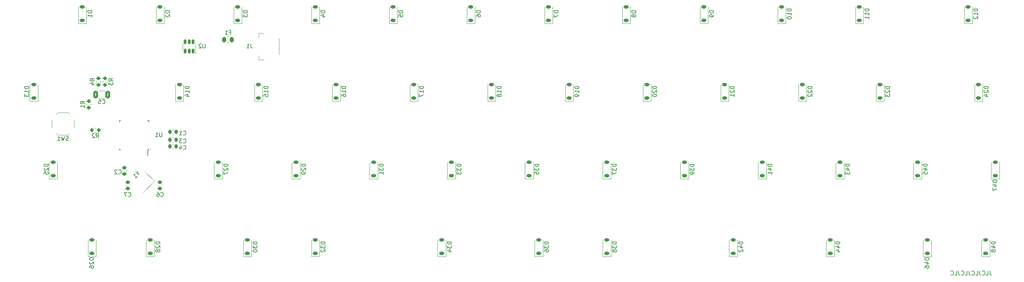
<source format=gbr>
%TF.GenerationSoftware,KiCad,Pcbnew,(7.0.0-rc2-153-g7d6218acb4)*%
%TF.CreationDate,2023-02-26T22:54:42+05:30*%
%TF.ProjectId,40-m0110,34302d6d-3031-4313-902e-6b696361645f,rev?*%
%TF.SameCoordinates,Original*%
%TF.FileFunction,Legend,Bot*%
%TF.FilePolarity,Positive*%
%FSLAX46Y46*%
G04 Gerber Fmt 4.6, Leading zero omitted, Abs format (unit mm)*
G04 Created by KiCad (PCBNEW (7.0.0-rc2-153-g7d6218acb4)) date 2023-02-26 22:54:42*
%MOMM*%
%LPD*%
G01*
G04 APERTURE LIST*
G04 Aperture macros list*
%AMRoundRect*
0 Rectangle with rounded corners*
0 $1 Rounding radius*
0 $2 $3 $4 $5 $6 $7 $8 $9 X,Y pos of 4 corners*
0 Add a 4 corners polygon primitive as box body*
4,1,4,$2,$3,$4,$5,$6,$7,$8,$9,$2,$3,0*
0 Add four circle primitives for the rounded corners*
1,1,$1+$1,$2,$3*
1,1,$1+$1,$4,$5*
1,1,$1+$1,$6,$7*
1,1,$1+$1,$8,$9*
0 Add four rect primitives between the rounded corners*
20,1,$1+$1,$2,$3,$4,$5,0*
20,1,$1+$1,$4,$5,$6,$7,0*
20,1,$1+$1,$6,$7,$8,$9,0*
20,1,$1+$1,$8,$9,$2,$3,0*%
%AMRotRect*
0 Rectangle, with rotation*
0 The origin of the aperture is its center*
0 $1 length*
0 $2 width*
0 $3 Rotation angle, in degrees counterclockwise*
0 Add horizontal line*
21,1,$1,$2,0,0,$3*%
G04 Aperture macros list end*
%ADD10C,0.150000*%
%ADD11C,0.200000*%
%ADD12C,0.120000*%
%ADD13C,1.750000*%
%ADD14C,3.987800*%
%ADD15C,2.250000*%
%ADD16C,3.048000*%
%ADD17C,5.600000*%
%ADD18RoundRect,0.225000X0.375000X-0.225000X0.375000X0.225000X-0.375000X0.225000X-0.375000X-0.225000X0*%
%ADD19RoundRect,0.243750X0.243750X0.456250X-0.243750X0.456250X-0.243750X-0.456250X0.243750X-0.456250X0*%
%ADD20RoundRect,0.150000X0.150000X-0.450000X0.150000X0.450000X-0.150000X0.450000X-0.150000X-0.450000X0*%
%ADD21RoundRect,0.250000X-0.325000X-0.650000X0.325000X-0.650000X0.325000X0.650000X-0.325000X0.650000X0*%
%ADD22R,0.550000X1.600000*%
%ADD23R,1.600000X0.550000*%
%ADD24RotRect,1.400000X1.200000X225.000000*%
%ADD25RoundRect,0.200000X-0.200000X-0.275000X0.200000X-0.275000X0.200000X0.275000X-0.200000X0.275000X0*%
%ADD26R,1.550000X0.600000*%
%ADD27C,0.400000*%
%ADD28R,1.800000X1.200000*%
%ADD29RoundRect,0.225000X-0.250000X0.225000X-0.250000X-0.225000X0.250000X-0.225000X0.250000X0.225000X0*%
%ADD30RoundRect,0.200000X-0.275000X0.200000X-0.275000X-0.200000X0.275000X-0.200000X0.275000X0.200000X0*%
%ADD31RoundRect,0.225000X-0.225000X-0.250000X0.225000X-0.250000X0.225000X0.250000X-0.225000X0.250000X0*%
%ADD32R,1.700000X1.000000*%
G04 APERTURE END LIST*
D10*
X260619940Y-53551130D02*
X260619940Y-54265416D01*
X260619940Y-54265416D02*
X260667559Y-54408273D01*
X260667559Y-54408273D02*
X260762797Y-54503511D01*
X260762797Y-54503511D02*
X260905654Y-54551130D01*
X260905654Y-54551130D02*
X261000892Y-54551130D01*
X259667559Y-54551130D02*
X260143749Y-54551130D01*
X260143749Y-54551130D02*
X260143749Y-53551130D01*
X258762797Y-54455892D02*
X258810416Y-54503511D01*
X258810416Y-54503511D02*
X258953273Y-54551130D01*
X258953273Y-54551130D02*
X259048511Y-54551130D01*
X259048511Y-54551130D02*
X259191368Y-54503511D01*
X259191368Y-54503511D02*
X259286606Y-54408273D01*
X259286606Y-54408273D02*
X259334225Y-54313035D01*
X259334225Y-54313035D02*
X259381844Y-54122559D01*
X259381844Y-54122559D02*
X259381844Y-53979702D01*
X259381844Y-53979702D02*
X259334225Y-53789226D01*
X259334225Y-53789226D02*
X259286606Y-53693988D01*
X259286606Y-53693988D02*
X259191368Y-53598750D01*
X259191368Y-53598750D02*
X259048511Y-53551130D01*
X259048511Y-53551130D02*
X258953273Y-53551130D01*
X258953273Y-53551130D02*
X258810416Y-53598750D01*
X258810416Y-53598750D02*
X258762797Y-53646369D01*
X258048511Y-53551130D02*
X258048511Y-54265416D01*
X258048511Y-54265416D02*
X258096130Y-54408273D01*
X258096130Y-54408273D02*
X258191368Y-54503511D01*
X258191368Y-54503511D02*
X258334225Y-54551130D01*
X258334225Y-54551130D02*
X258429463Y-54551130D01*
X257096130Y-54551130D02*
X257572320Y-54551130D01*
X257572320Y-54551130D02*
X257572320Y-53551130D01*
X256191368Y-54455892D02*
X256238987Y-54503511D01*
X256238987Y-54503511D02*
X256381844Y-54551130D01*
X256381844Y-54551130D02*
X256477082Y-54551130D01*
X256477082Y-54551130D02*
X256619939Y-54503511D01*
X256619939Y-54503511D02*
X256715177Y-54408273D01*
X256715177Y-54408273D02*
X256762796Y-54313035D01*
X256762796Y-54313035D02*
X256810415Y-54122559D01*
X256810415Y-54122559D02*
X256810415Y-53979702D01*
X256810415Y-53979702D02*
X256762796Y-53789226D01*
X256762796Y-53789226D02*
X256715177Y-53693988D01*
X256715177Y-53693988D02*
X256619939Y-53598750D01*
X256619939Y-53598750D02*
X256477082Y-53551130D01*
X256477082Y-53551130D02*
X256381844Y-53551130D01*
X256381844Y-53551130D02*
X256238987Y-53598750D01*
X256238987Y-53598750D02*
X256191368Y-53646369D01*
X255477082Y-53551130D02*
X255477082Y-54265416D01*
X255477082Y-54265416D02*
X255524701Y-54408273D01*
X255524701Y-54408273D02*
X255619939Y-54503511D01*
X255619939Y-54503511D02*
X255762796Y-54551130D01*
X255762796Y-54551130D02*
X255858034Y-54551130D01*
X254524701Y-54551130D02*
X255000891Y-54551130D01*
X255000891Y-54551130D02*
X255000891Y-53551130D01*
X253619939Y-54455892D02*
X253667558Y-54503511D01*
X253667558Y-54503511D02*
X253810415Y-54551130D01*
X253810415Y-54551130D02*
X253905653Y-54551130D01*
X253905653Y-54551130D02*
X254048510Y-54503511D01*
X254048510Y-54503511D02*
X254143748Y-54408273D01*
X254143748Y-54408273D02*
X254191367Y-54313035D01*
X254191367Y-54313035D02*
X254238986Y-54122559D01*
X254238986Y-54122559D02*
X254238986Y-53979702D01*
X254238986Y-53979702D02*
X254191367Y-53789226D01*
X254191367Y-53789226D02*
X254143748Y-53693988D01*
X254143748Y-53693988D02*
X254048510Y-53598750D01*
X254048510Y-53598750D02*
X253905653Y-53551130D01*
X253905653Y-53551130D02*
X253810415Y-53551130D01*
X253810415Y-53551130D02*
X253667558Y-53598750D01*
X253667558Y-53598750D02*
X253619939Y-53646369D01*
X252905653Y-53551130D02*
X252905653Y-54265416D01*
X252905653Y-54265416D02*
X252953272Y-54408273D01*
X252953272Y-54408273D02*
X253048510Y-54503511D01*
X253048510Y-54503511D02*
X253191367Y-54551130D01*
X253191367Y-54551130D02*
X253286605Y-54551130D01*
X251953272Y-54551130D02*
X252429462Y-54551130D01*
X252429462Y-54551130D02*
X252429462Y-53551130D01*
X251048510Y-54455892D02*
X251096129Y-54503511D01*
X251096129Y-54503511D02*
X251238986Y-54551130D01*
X251238986Y-54551130D02*
X251334224Y-54551130D01*
X251334224Y-54551130D02*
X251477081Y-54503511D01*
X251477081Y-54503511D02*
X251572319Y-54408273D01*
X251572319Y-54408273D02*
X251619938Y-54313035D01*
X251619938Y-54313035D02*
X251667557Y-54122559D01*
X251667557Y-54122559D02*
X251667557Y-53979702D01*
X251667557Y-53979702D02*
X251619938Y-53789226D01*
X251619938Y-53789226D02*
X251572319Y-53693988D01*
X251572319Y-53693988D02*
X251477081Y-53598750D01*
X251477081Y-53598750D02*
X251334224Y-53551130D01*
X251334224Y-53551130D02*
X251238986Y-53551130D01*
X251238986Y-53551130D02*
X251096129Y-53598750D01*
X251096129Y-53598750D02*
X251048510Y-53646369D01*
%TO.C,D26*%
X40848630Y-50379464D02*
X39848630Y-50379464D01*
X39848630Y-50379464D02*
X39848630Y-50617559D01*
X39848630Y-50617559D02*
X39896250Y-50760416D01*
X39896250Y-50760416D02*
X39991488Y-50855654D01*
X39991488Y-50855654D02*
X40086726Y-50903273D01*
X40086726Y-50903273D02*
X40277202Y-50950892D01*
X40277202Y-50950892D02*
X40420059Y-50950892D01*
X40420059Y-50950892D02*
X40610535Y-50903273D01*
X40610535Y-50903273D02*
X40705773Y-50855654D01*
X40705773Y-50855654D02*
X40801011Y-50760416D01*
X40801011Y-50760416D02*
X40848630Y-50617559D01*
X40848630Y-50617559D02*
X40848630Y-50379464D01*
X39943869Y-51331845D02*
X39896250Y-51379464D01*
X39896250Y-51379464D02*
X39848630Y-51474702D01*
X39848630Y-51474702D02*
X39848630Y-51712797D01*
X39848630Y-51712797D02*
X39896250Y-51808035D01*
X39896250Y-51808035D02*
X39943869Y-51855654D01*
X39943869Y-51855654D02*
X40039107Y-51903273D01*
X40039107Y-51903273D02*
X40134345Y-51903273D01*
X40134345Y-51903273D02*
X40277202Y-51855654D01*
X40277202Y-51855654D02*
X40848630Y-51284226D01*
X40848630Y-51284226D02*
X40848630Y-51903273D01*
X39848630Y-52760416D02*
X39848630Y-52569940D01*
X39848630Y-52569940D02*
X39896250Y-52474702D01*
X39896250Y-52474702D02*
X39943869Y-52427083D01*
X39943869Y-52427083D02*
X40086726Y-52331845D01*
X40086726Y-52331845D02*
X40277202Y-52284226D01*
X40277202Y-52284226D02*
X40658154Y-52284226D01*
X40658154Y-52284226D02*
X40753392Y-52331845D01*
X40753392Y-52331845D02*
X40801011Y-52379464D01*
X40801011Y-52379464D02*
X40848630Y-52474702D01*
X40848630Y-52474702D02*
X40848630Y-52665178D01*
X40848630Y-52665178D02*
X40801011Y-52760416D01*
X40801011Y-52760416D02*
X40753392Y-52808035D01*
X40753392Y-52808035D02*
X40658154Y-52855654D01*
X40658154Y-52855654D02*
X40420059Y-52855654D01*
X40420059Y-52855654D02*
X40324821Y-52808035D01*
X40324821Y-52808035D02*
X40277202Y-52760416D01*
X40277202Y-52760416D02*
X40229583Y-52665178D01*
X40229583Y-52665178D02*
X40229583Y-52474702D01*
X40229583Y-52474702D02*
X40277202Y-52379464D01*
X40277202Y-52379464D02*
X40324821Y-52331845D01*
X40324821Y-52331845D02*
X40420059Y-52284226D01*
%TO.C,D46*%
X245636130Y-50379464D02*
X244636130Y-50379464D01*
X244636130Y-50379464D02*
X244636130Y-50617559D01*
X244636130Y-50617559D02*
X244683750Y-50760416D01*
X244683750Y-50760416D02*
X244778988Y-50855654D01*
X244778988Y-50855654D02*
X244874226Y-50903273D01*
X244874226Y-50903273D02*
X245064702Y-50950892D01*
X245064702Y-50950892D02*
X245207559Y-50950892D01*
X245207559Y-50950892D02*
X245398035Y-50903273D01*
X245398035Y-50903273D02*
X245493273Y-50855654D01*
X245493273Y-50855654D02*
X245588511Y-50760416D01*
X245588511Y-50760416D02*
X245636130Y-50617559D01*
X245636130Y-50617559D02*
X245636130Y-50379464D01*
X244969464Y-51808035D02*
X245636130Y-51808035D01*
X244588511Y-51569940D02*
X245302797Y-51331845D01*
X245302797Y-51331845D02*
X245302797Y-51950892D01*
X244636130Y-52760416D02*
X244636130Y-52569940D01*
X244636130Y-52569940D02*
X244683750Y-52474702D01*
X244683750Y-52474702D02*
X244731369Y-52427083D01*
X244731369Y-52427083D02*
X244874226Y-52331845D01*
X244874226Y-52331845D02*
X245064702Y-52284226D01*
X245064702Y-52284226D02*
X245445654Y-52284226D01*
X245445654Y-52284226D02*
X245540892Y-52331845D01*
X245540892Y-52331845D02*
X245588511Y-52379464D01*
X245588511Y-52379464D02*
X245636130Y-52474702D01*
X245636130Y-52474702D02*
X245636130Y-52665178D01*
X245636130Y-52665178D02*
X245588511Y-52760416D01*
X245588511Y-52760416D02*
X245540892Y-52808035D01*
X245540892Y-52808035D02*
X245445654Y-52855654D01*
X245445654Y-52855654D02*
X245207559Y-52855654D01*
X245207559Y-52855654D02*
X245112321Y-52808035D01*
X245112321Y-52808035D02*
X245064702Y-52760416D01*
X245064702Y-52760416D02*
X245017083Y-52665178D01*
X245017083Y-52665178D02*
X245017083Y-52474702D01*
X245017083Y-52474702D02*
X245064702Y-52379464D01*
X245064702Y-52379464D02*
X245112321Y-52331845D01*
X245112321Y-52331845D02*
X245207559Y-52284226D01*
%TO.C,D2*%
X59517380Y10263094D02*
X58517380Y10263094D01*
X58517380Y10263094D02*
X58517380Y10024999D01*
X58517380Y10024999D02*
X58565000Y9882142D01*
X58565000Y9882142D02*
X58660238Y9786904D01*
X58660238Y9786904D02*
X58755476Y9739285D01*
X58755476Y9739285D02*
X58945952Y9691666D01*
X58945952Y9691666D02*
X59088809Y9691666D01*
X59088809Y9691666D02*
X59279285Y9739285D01*
X59279285Y9739285D02*
X59374523Y9786904D01*
X59374523Y9786904D02*
X59469761Y9882142D01*
X59469761Y9882142D02*
X59517380Y10024999D01*
X59517380Y10024999D02*
X59517380Y10263094D01*
X58612619Y9310713D02*
X58565000Y9263094D01*
X58565000Y9263094D02*
X58517380Y9167856D01*
X58517380Y9167856D02*
X58517380Y8929761D01*
X58517380Y8929761D02*
X58565000Y8834523D01*
X58565000Y8834523D02*
X58612619Y8786904D01*
X58612619Y8786904D02*
X58707857Y8739285D01*
X58707857Y8739285D02*
X58803095Y8739285D01*
X58803095Y8739285D02*
X58945952Y8786904D01*
X58945952Y8786904D02*
X59517380Y9358332D01*
X59517380Y9358332D02*
X59517380Y8739285D01*
%TO.C,D12*%
X257637380Y10739285D02*
X256637380Y10739285D01*
X256637380Y10739285D02*
X256637380Y10501190D01*
X256637380Y10501190D02*
X256685000Y10358333D01*
X256685000Y10358333D02*
X256780238Y10263095D01*
X256780238Y10263095D02*
X256875476Y10215476D01*
X256875476Y10215476D02*
X257065952Y10167857D01*
X257065952Y10167857D02*
X257208809Y10167857D01*
X257208809Y10167857D02*
X257399285Y10215476D01*
X257399285Y10215476D02*
X257494523Y10263095D01*
X257494523Y10263095D02*
X257589761Y10358333D01*
X257589761Y10358333D02*
X257637380Y10501190D01*
X257637380Y10501190D02*
X257637380Y10739285D01*
X257637380Y9215476D02*
X257637380Y9786904D01*
X257637380Y9501190D02*
X256637380Y9501190D01*
X256637380Y9501190D02*
X256780238Y9596428D01*
X256780238Y9596428D02*
X256875476Y9691666D01*
X256875476Y9691666D02*
X256923095Y9786904D01*
X256732619Y8834523D02*
X256685000Y8786904D01*
X256685000Y8786904D02*
X256637380Y8691666D01*
X256637380Y8691666D02*
X256637380Y8453571D01*
X256637380Y8453571D02*
X256685000Y8358333D01*
X256685000Y8358333D02*
X256732619Y8310714D01*
X256732619Y8310714D02*
X256827857Y8263095D01*
X256827857Y8263095D02*
X256923095Y8263095D01*
X256923095Y8263095D02*
X257065952Y8310714D01*
X257065952Y8310714D02*
X257637380Y8882142D01*
X257637380Y8882142D02*
X257637380Y8263095D01*
%TO.C,D33*%
X130954880Y-27360714D02*
X129954880Y-27360714D01*
X129954880Y-27360714D02*
X129954880Y-27598809D01*
X129954880Y-27598809D02*
X130002500Y-27741666D01*
X130002500Y-27741666D02*
X130097738Y-27836904D01*
X130097738Y-27836904D02*
X130192976Y-27884523D01*
X130192976Y-27884523D02*
X130383452Y-27932142D01*
X130383452Y-27932142D02*
X130526309Y-27932142D01*
X130526309Y-27932142D02*
X130716785Y-27884523D01*
X130716785Y-27884523D02*
X130812023Y-27836904D01*
X130812023Y-27836904D02*
X130907261Y-27741666D01*
X130907261Y-27741666D02*
X130954880Y-27598809D01*
X130954880Y-27598809D02*
X130954880Y-27360714D01*
X129954880Y-28265476D02*
X129954880Y-28884523D01*
X129954880Y-28884523D02*
X130335833Y-28551190D01*
X130335833Y-28551190D02*
X130335833Y-28694047D01*
X130335833Y-28694047D02*
X130383452Y-28789285D01*
X130383452Y-28789285D02*
X130431071Y-28836904D01*
X130431071Y-28836904D02*
X130526309Y-28884523D01*
X130526309Y-28884523D02*
X130764404Y-28884523D01*
X130764404Y-28884523D02*
X130859642Y-28836904D01*
X130859642Y-28836904D02*
X130907261Y-28789285D01*
X130907261Y-28789285D02*
X130954880Y-28694047D01*
X130954880Y-28694047D02*
X130954880Y-28408333D01*
X130954880Y-28408333D02*
X130907261Y-28313095D01*
X130907261Y-28313095D02*
X130859642Y-28265476D01*
X129954880Y-29217857D02*
X129954880Y-29836904D01*
X129954880Y-29836904D02*
X130335833Y-29503571D01*
X130335833Y-29503571D02*
X130335833Y-29646428D01*
X130335833Y-29646428D02*
X130383452Y-29741666D01*
X130383452Y-29741666D02*
X130431071Y-29789285D01*
X130431071Y-29789285D02*
X130526309Y-29836904D01*
X130526309Y-29836904D02*
X130764404Y-29836904D01*
X130764404Y-29836904D02*
X130859642Y-29789285D01*
X130859642Y-29789285D02*
X130907261Y-29741666D01*
X130907261Y-29741666D02*
X130954880Y-29646428D01*
X130954880Y-29646428D02*
X130954880Y-29360714D01*
X130954880Y-29360714D02*
X130907261Y-29265476D01*
X130907261Y-29265476D02*
X130859642Y-29217857D01*
%TO.C,D25*%
X29736130Y-27360714D02*
X28736130Y-27360714D01*
X28736130Y-27360714D02*
X28736130Y-27598809D01*
X28736130Y-27598809D02*
X28783750Y-27741666D01*
X28783750Y-27741666D02*
X28878988Y-27836904D01*
X28878988Y-27836904D02*
X28974226Y-27884523D01*
X28974226Y-27884523D02*
X29164702Y-27932142D01*
X29164702Y-27932142D02*
X29307559Y-27932142D01*
X29307559Y-27932142D02*
X29498035Y-27884523D01*
X29498035Y-27884523D02*
X29593273Y-27836904D01*
X29593273Y-27836904D02*
X29688511Y-27741666D01*
X29688511Y-27741666D02*
X29736130Y-27598809D01*
X29736130Y-27598809D02*
X29736130Y-27360714D01*
X28831369Y-28313095D02*
X28783750Y-28360714D01*
X28783750Y-28360714D02*
X28736130Y-28455952D01*
X28736130Y-28455952D02*
X28736130Y-28694047D01*
X28736130Y-28694047D02*
X28783750Y-28789285D01*
X28783750Y-28789285D02*
X28831369Y-28836904D01*
X28831369Y-28836904D02*
X28926607Y-28884523D01*
X28926607Y-28884523D02*
X29021845Y-28884523D01*
X29021845Y-28884523D02*
X29164702Y-28836904D01*
X29164702Y-28836904D02*
X29736130Y-28265476D01*
X29736130Y-28265476D02*
X29736130Y-28884523D01*
X28736130Y-29789285D02*
X28736130Y-29313095D01*
X28736130Y-29313095D02*
X29212321Y-29265476D01*
X29212321Y-29265476D02*
X29164702Y-29313095D01*
X29164702Y-29313095D02*
X29117083Y-29408333D01*
X29117083Y-29408333D02*
X29117083Y-29646428D01*
X29117083Y-29646428D02*
X29164702Y-29741666D01*
X29164702Y-29741666D02*
X29212321Y-29789285D01*
X29212321Y-29789285D02*
X29307559Y-29836904D01*
X29307559Y-29836904D02*
X29545654Y-29836904D01*
X29545654Y-29836904D02*
X29640892Y-29789285D01*
X29640892Y-29789285D02*
X29688511Y-29741666D01*
X29688511Y-29741666D02*
X29736130Y-29646428D01*
X29736130Y-29646428D02*
X29736130Y-29408333D01*
X29736130Y-29408333D02*
X29688511Y-29313095D01*
X29688511Y-29313095D02*
X29640892Y-29265476D01*
%TO.C,D15*%
X83647380Y-8310714D02*
X82647380Y-8310714D01*
X82647380Y-8310714D02*
X82647380Y-8548809D01*
X82647380Y-8548809D02*
X82695000Y-8691666D01*
X82695000Y-8691666D02*
X82790238Y-8786904D01*
X82790238Y-8786904D02*
X82885476Y-8834523D01*
X82885476Y-8834523D02*
X83075952Y-8882142D01*
X83075952Y-8882142D02*
X83218809Y-8882142D01*
X83218809Y-8882142D02*
X83409285Y-8834523D01*
X83409285Y-8834523D02*
X83504523Y-8786904D01*
X83504523Y-8786904D02*
X83599761Y-8691666D01*
X83599761Y-8691666D02*
X83647380Y-8548809D01*
X83647380Y-8548809D02*
X83647380Y-8310714D01*
X83647380Y-9834523D02*
X83647380Y-9263095D01*
X83647380Y-9548809D02*
X82647380Y-9548809D01*
X82647380Y-9548809D02*
X82790238Y-9453571D01*
X82790238Y-9453571D02*
X82885476Y-9358333D01*
X82885476Y-9358333D02*
X82933095Y-9263095D01*
X82647380Y-10739285D02*
X82647380Y-10263095D01*
X82647380Y-10263095D02*
X83123571Y-10215476D01*
X83123571Y-10215476D02*
X83075952Y-10263095D01*
X83075952Y-10263095D02*
X83028333Y-10358333D01*
X83028333Y-10358333D02*
X83028333Y-10596428D01*
X83028333Y-10596428D02*
X83075952Y-10691666D01*
X83075952Y-10691666D02*
X83123571Y-10739285D01*
X83123571Y-10739285D02*
X83218809Y-10786904D01*
X83218809Y-10786904D02*
X83456904Y-10786904D01*
X83456904Y-10786904D02*
X83552142Y-10739285D01*
X83552142Y-10739285D02*
X83599761Y-10691666D01*
X83599761Y-10691666D02*
X83647380Y-10596428D01*
X83647380Y-10596428D02*
X83647380Y-10358333D01*
X83647380Y-10358333D02*
X83599761Y-10263095D01*
X83599761Y-10263095D02*
X83552142Y-10215476D01*
%TO.C,F1*%
X74152083Y4981428D02*
X74485416Y4981428D01*
X74485416Y4457619D02*
X74485416Y5457619D01*
X74485416Y5457619D02*
X74009226Y5457619D01*
X73104464Y4457619D02*
X73675892Y4457619D01*
X73390178Y4457619D02*
X73390178Y5457619D01*
X73390178Y5457619D02*
X73485416Y5314761D01*
X73485416Y5314761D02*
X73580654Y5219523D01*
X73580654Y5219523D02*
X73675892Y5171904D01*
%TO.C,D18*%
X140797380Y-8310714D02*
X139797380Y-8310714D01*
X139797380Y-8310714D02*
X139797380Y-8548809D01*
X139797380Y-8548809D02*
X139845000Y-8691666D01*
X139845000Y-8691666D02*
X139940238Y-8786904D01*
X139940238Y-8786904D02*
X140035476Y-8834523D01*
X140035476Y-8834523D02*
X140225952Y-8882142D01*
X140225952Y-8882142D02*
X140368809Y-8882142D01*
X140368809Y-8882142D02*
X140559285Y-8834523D01*
X140559285Y-8834523D02*
X140654523Y-8786904D01*
X140654523Y-8786904D02*
X140749761Y-8691666D01*
X140749761Y-8691666D02*
X140797380Y-8548809D01*
X140797380Y-8548809D02*
X140797380Y-8310714D01*
X140797380Y-9834523D02*
X140797380Y-9263095D01*
X140797380Y-9548809D02*
X139797380Y-9548809D01*
X139797380Y-9548809D02*
X139940238Y-9453571D01*
X139940238Y-9453571D02*
X140035476Y-9358333D01*
X140035476Y-9358333D02*
X140083095Y-9263095D01*
X140225952Y-10405952D02*
X140178333Y-10310714D01*
X140178333Y-10310714D02*
X140130714Y-10263095D01*
X140130714Y-10263095D02*
X140035476Y-10215476D01*
X140035476Y-10215476D02*
X139987857Y-10215476D01*
X139987857Y-10215476D02*
X139892619Y-10263095D01*
X139892619Y-10263095D02*
X139845000Y-10310714D01*
X139845000Y-10310714D02*
X139797380Y-10405952D01*
X139797380Y-10405952D02*
X139797380Y-10596428D01*
X139797380Y-10596428D02*
X139845000Y-10691666D01*
X139845000Y-10691666D02*
X139892619Y-10739285D01*
X139892619Y-10739285D02*
X139987857Y-10786904D01*
X139987857Y-10786904D02*
X140035476Y-10786904D01*
X140035476Y-10786904D02*
X140130714Y-10739285D01*
X140130714Y-10739285D02*
X140178333Y-10691666D01*
X140178333Y-10691666D02*
X140225952Y-10596428D01*
X140225952Y-10596428D02*
X140225952Y-10405952D01*
X140225952Y-10405952D02*
X140273571Y-10310714D01*
X140273571Y-10310714D02*
X140321190Y-10263095D01*
X140321190Y-10263095D02*
X140416428Y-10215476D01*
X140416428Y-10215476D02*
X140606904Y-10215476D01*
X140606904Y-10215476D02*
X140702142Y-10263095D01*
X140702142Y-10263095D02*
X140749761Y-10310714D01*
X140749761Y-10310714D02*
X140797380Y-10405952D01*
X140797380Y-10405952D02*
X140797380Y-10596428D01*
X140797380Y-10596428D02*
X140749761Y-10691666D01*
X140749761Y-10691666D02*
X140702142Y-10739285D01*
X140702142Y-10739285D02*
X140606904Y-10786904D01*
X140606904Y-10786904D02*
X140416428Y-10786904D01*
X140416428Y-10786904D02*
X140321190Y-10739285D01*
X140321190Y-10739285D02*
X140273571Y-10691666D01*
X140273571Y-10691666D02*
X140225952Y-10596428D01*
%TO.C,D24*%
X260177380Y-8310714D02*
X259177380Y-8310714D01*
X259177380Y-8310714D02*
X259177380Y-8548809D01*
X259177380Y-8548809D02*
X259225000Y-8691666D01*
X259225000Y-8691666D02*
X259320238Y-8786904D01*
X259320238Y-8786904D02*
X259415476Y-8834523D01*
X259415476Y-8834523D02*
X259605952Y-8882142D01*
X259605952Y-8882142D02*
X259748809Y-8882142D01*
X259748809Y-8882142D02*
X259939285Y-8834523D01*
X259939285Y-8834523D02*
X260034523Y-8786904D01*
X260034523Y-8786904D02*
X260129761Y-8691666D01*
X260129761Y-8691666D02*
X260177380Y-8548809D01*
X260177380Y-8548809D02*
X260177380Y-8310714D01*
X259272619Y-9263095D02*
X259225000Y-9310714D01*
X259225000Y-9310714D02*
X259177380Y-9405952D01*
X259177380Y-9405952D02*
X259177380Y-9644047D01*
X259177380Y-9644047D02*
X259225000Y-9739285D01*
X259225000Y-9739285D02*
X259272619Y-9786904D01*
X259272619Y-9786904D02*
X259367857Y-9834523D01*
X259367857Y-9834523D02*
X259463095Y-9834523D01*
X259463095Y-9834523D02*
X259605952Y-9786904D01*
X259605952Y-9786904D02*
X260177380Y-9215476D01*
X260177380Y-9215476D02*
X260177380Y-9834523D01*
X259510714Y-10691666D02*
X260177380Y-10691666D01*
X259129761Y-10453571D02*
X259844047Y-10215476D01*
X259844047Y-10215476D02*
X259844047Y-10834523D01*
%TO.C,D10*%
X211917380Y10739285D02*
X210917380Y10739285D01*
X210917380Y10739285D02*
X210917380Y10501190D01*
X210917380Y10501190D02*
X210965000Y10358333D01*
X210965000Y10358333D02*
X211060238Y10263095D01*
X211060238Y10263095D02*
X211155476Y10215476D01*
X211155476Y10215476D02*
X211345952Y10167857D01*
X211345952Y10167857D02*
X211488809Y10167857D01*
X211488809Y10167857D02*
X211679285Y10215476D01*
X211679285Y10215476D02*
X211774523Y10263095D01*
X211774523Y10263095D02*
X211869761Y10358333D01*
X211869761Y10358333D02*
X211917380Y10501190D01*
X211917380Y10501190D02*
X211917380Y10739285D01*
X211917380Y9215476D02*
X211917380Y9786904D01*
X211917380Y9501190D02*
X210917380Y9501190D01*
X210917380Y9501190D02*
X211060238Y9596428D01*
X211060238Y9596428D02*
X211155476Y9691666D01*
X211155476Y9691666D02*
X211203095Y9786904D01*
X210917380Y8596428D02*
X210917380Y8501190D01*
X210917380Y8501190D02*
X210965000Y8405952D01*
X210965000Y8405952D02*
X211012619Y8358333D01*
X211012619Y8358333D02*
X211107857Y8310714D01*
X211107857Y8310714D02*
X211298333Y8263095D01*
X211298333Y8263095D02*
X211536428Y8263095D01*
X211536428Y8263095D02*
X211726904Y8310714D01*
X211726904Y8310714D02*
X211822142Y8358333D01*
X211822142Y8358333D02*
X211869761Y8405952D01*
X211869761Y8405952D02*
X211917380Y8501190D01*
X211917380Y8501190D02*
X211917380Y8596428D01*
X211917380Y8596428D02*
X211869761Y8691666D01*
X211869761Y8691666D02*
X211822142Y8739285D01*
X211822142Y8739285D02*
X211726904Y8786904D01*
X211726904Y8786904D02*
X211536428Y8834523D01*
X211536428Y8834523D02*
X211298333Y8834523D01*
X211298333Y8834523D02*
X211107857Y8786904D01*
X211107857Y8786904D02*
X211012619Y8739285D01*
X211012619Y8739285D02*
X210965000Y8691666D01*
X210965000Y8691666D02*
X210917380Y8596428D01*
%TO.C,D39*%
X188104880Y-27360714D02*
X187104880Y-27360714D01*
X187104880Y-27360714D02*
X187104880Y-27598809D01*
X187104880Y-27598809D02*
X187152500Y-27741666D01*
X187152500Y-27741666D02*
X187247738Y-27836904D01*
X187247738Y-27836904D02*
X187342976Y-27884523D01*
X187342976Y-27884523D02*
X187533452Y-27932142D01*
X187533452Y-27932142D02*
X187676309Y-27932142D01*
X187676309Y-27932142D02*
X187866785Y-27884523D01*
X187866785Y-27884523D02*
X187962023Y-27836904D01*
X187962023Y-27836904D02*
X188057261Y-27741666D01*
X188057261Y-27741666D02*
X188104880Y-27598809D01*
X188104880Y-27598809D02*
X188104880Y-27360714D01*
X187104880Y-28265476D02*
X187104880Y-28884523D01*
X187104880Y-28884523D02*
X187485833Y-28551190D01*
X187485833Y-28551190D02*
X187485833Y-28694047D01*
X187485833Y-28694047D02*
X187533452Y-28789285D01*
X187533452Y-28789285D02*
X187581071Y-28836904D01*
X187581071Y-28836904D02*
X187676309Y-28884523D01*
X187676309Y-28884523D02*
X187914404Y-28884523D01*
X187914404Y-28884523D02*
X188009642Y-28836904D01*
X188009642Y-28836904D02*
X188057261Y-28789285D01*
X188057261Y-28789285D02*
X188104880Y-28694047D01*
X188104880Y-28694047D02*
X188104880Y-28408333D01*
X188104880Y-28408333D02*
X188057261Y-28313095D01*
X188057261Y-28313095D02*
X188009642Y-28265476D01*
X188104880Y-29360714D02*
X188104880Y-29551190D01*
X188104880Y-29551190D02*
X188057261Y-29646428D01*
X188057261Y-29646428D02*
X188009642Y-29694047D01*
X188009642Y-29694047D02*
X187866785Y-29789285D01*
X187866785Y-29789285D02*
X187676309Y-29836904D01*
X187676309Y-29836904D02*
X187295357Y-29836904D01*
X187295357Y-29836904D02*
X187200119Y-29789285D01*
X187200119Y-29789285D02*
X187152500Y-29741666D01*
X187152500Y-29741666D02*
X187104880Y-29646428D01*
X187104880Y-29646428D02*
X187104880Y-29455952D01*
X187104880Y-29455952D02*
X187152500Y-29360714D01*
X187152500Y-29360714D02*
X187200119Y-29313095D01*
X187200119Y-29313095D02*
X187295357Y-29265476D01*
X187295357Y-29265476D02*
X187533452Y-29265476D01*
X187533452Y-29265476D02*
X187628690Y-29313095D01*
X187628690Y-29313095D02*
X187676309Y-29360714D01*
X187676309Y-29360714D02*
X187723928Y-29455952D01*
X187723928Y-29455952D02*
X187723928Y-29646428D01*
X187723928Y-29646428D02*
X187676309Y-29741666D01*
X187676309Y-29741666D02*
X187628690Y-29789285D01*
X187628690Y-29789285D02*
X187533452Y-29836904D01*
%TO.C,D42*%
X200011130Y-46410714D02*
X199011130Y-46410714D01*
X199011130Y-46410714D02*
X199011130Y-46648809D01*
X199011130Y-46648809D02*
X199058750Y-46791666D01*
X199058750Y-46791666D02*
X199153988Y-46886904D01*
X199153988Y-46886904D02*
X199249226Y-46934523D01*
X199249226Y-46934523D02*
X199439702Y-46982142D01*
X199439702Y-46982142D02*
X199582559Y-46982142D01*
X199582559Y-46982142D02*
X199773035Y-46934523D01*
X199773035Y-46934523D02*
X199868273Y-46886904D01*
X199868273Y-46886904D02*
X199963511Y-46791666D01*
X199963511Y-46791666D02*
X200011130Y-46648809D01*
X200011130Y-46648809D02*
X200011130Y-46410714D01*
X199344464Y-47839285D02*
X200011130Y-47839285D01*
X198963511Y-47601190D02*
X199677797Y-47363095D01*
X199677797Y-47363095D02*
X199677797Y-47982142D01*
X199106369Y-48315476D02*
X199058750Y-48363095D01*
X199058750Y-48363095D02*
X199011130Y-48458333D01*
X199011130Y-48458333D02*
X199011130Y-48696428D01*
X199011130Y-48696428D02*
X199058750Y-48791666D01*
X199058750Y-48791666D02*
X199106369Y-48839285D01*
X199106369Y-48839285D02*
X199201607Y-48886904D01*
X199201607Y-48886904D02*
X199296845Y-48886904D01*
X199296845Y-48886904D02*
X199439702Y-48839285D01*
X199439702Y-48839285D02*
X200011130Y-48267857D01*
X200011130Y-48267857D02*
X200011130Y-48886904D01*
%TO.C,D37*%
X169054880Y-27360714D02*
X168054880Y-27360714D01*
X168054880Y-27360714D02*
X168054880Y-27598809D01*
X168054880Y-27598809D02*
X168102500Y-27741666D01*
X168102500Y-27741666D02*
X168197738Y-27836904D01*
X168197738Y-27836904D02*
X168292976Y-27884523D01*
X168292976Y-27884523D02*
X168483452Y-27932142D01*
X168483452Y-27932142D02*
X168626309Y-27932142D01*
X168626309Y-27932142D02*
X168816785Y-27884523D01*
X168816785Y-27884523D02*
X168912023Y-27836904D01*
X168912023Y-27836904D02*
X169007261Y-27741666D01*
X169007261Y-27741666D02*
X169054880Y-27598809D01*
X169054880Y-27598809D02*
X169054880Y-27360714D01*
X168054880Y-28265476D02*
X168054880Y-28884523D01*
X168054880Y-28884523D02*
X168435833Y-28551190D01*
X168435833Y-28551190D02*
X168435833Y-28694047D01*
X168435833Y-28694047D02*
X168483452Y-28789285D01*
X168483452Y-28789285D02*
X168531071Y-28836904D01*
X168531071Y-28836904D02*
X168626309Y-28884523D01*
X168626309Y-28884523D02*
X168864404Y-28884523D01*
X168864404Y-28884523D02*
X168959642Y-28836904D01*
X168959642Y-28836904D02*
X169007261Y-28789285D01*
X169007261Y-28789285D02*
X169054880Y-28694047D01*
X169054880Y-28694047D02*
X169054880Y-28408333D01*
X169054880Y-28408333D02*
X169007261Y-28313095D01*
X169007261Y-28313095D02*
X168959642Y-28265476D01*
X168054880Y-29217857D02*
X168054880Y-29884523D01*
X168054880Y-29884523D02*
X169054880Y-29455952D01*
%TO.C,U2*%
X68230654Y2132619D02*
X68230654Y1323095D01*
X68230654Y1323095D02*
X68183035Y1227857D01*
X68183035Y1227857D02*
X68135416Y1180238D01*
X68135416Y1180238D02*
X68040178Y1132619D01*
X68040178Y1132619D02*
X67849702Y1132619D01*
X67849702Y1132619D02*
X67754464Y1180238D01*
X67754464Y1180238D02*
X67706845Y1227857D01*
X67706845Y1227857D02*
X67659226Y1323095D01*
X67659226Y1323095D02*
X67659226Y2132619D01*
X67230654Y2037380D02*
X67183035Y2085000D01*
X67183035Y2085000D02*
X67087797Y2132619D01*
X67087797Y2132619D02*
X66849702Y2132619D01*
X66849702Y2132619D02*
X66754464Y2085000D01*
X66754464Y2085000D02*
X66706845Y2037380D01*
X66706845Y2037380D02*
X66659226Y1942142D01*
X66659226Y1942142D02*
X66659226Y1846904D01*
X66659226Y1846904D02*
X66706845Y1704047D01*
X66706845Y1704047D02*
X67278273Y1132619D01*
X67278273Y1132619D02*
X66659226Y1132619D01*
%TO.C,D48*%
X261923630Y-46410714D02*
X260923630Y-46410714D01*
X260923630Y-46410714D02*
X260923630Y-46648809D01*
X260923630Y-46648809D02*
X260971250Y-46791666D01*
X260971250Y-46791666D02*
X261066488Y-46886904D01*
X261066488Y-46886904D02*
X261161726Y-46934523D01*
X261161726Y-46934523D02*
X261352202Y-46982142D01*
X261352202Y-46982142D02*
X261495059Y-46982142D01*
X261495059Y-46982142D02*
X261685535Y-46934523D01*
X261685535Y-46934523D02*
X261780773Y-46886904D01*
X261780773Y-46886904D02*
X261876011Y-46791666D01*
X261876011Y-46791666D02*
X261923630Y-46648809D01*
X261923630Y-46648809D02*
X261923630Y-46410714D01*
X261256964Y-47839285D02*
X261923630Y-47839285D01*
X260876011Y-47601190D02*
X261590297Y-47363095D01*
X261590297Y-47363095D02*
X261590297Y-47982142D01*
X261352202Y-48505952D02*
X261304583Y-48410714D01*
X261304583Y-48410714D02*
X261256964Y-48363095D01*
X261256964Y-48363095D02*
X261161726Y-48315476D01*
X261161726Y-48315476D02*
X261114107Y-48315476D01*
X261114107Y-48315476D02*
X261018869Y-48363095D01*
X261018869Y-48363095D02*
X260971250Y-48410714D01*
X260971250Y-48410714D02*
X260923630Y-48505952D01*
X260923630Y-48505952D02*
X260923630Y-48696428D01*
X260923630Y-48696428D02*
X260971250Y-48791666D01*
X260971250Y-48791666D02*
X261018869Y-48839285D01*
X261018869Y-48839285D02*
X261114107Y-48886904D01*
X261114107Y-48886904D02*
X261161726Y-48886904D01*
X261161726Y-48886904D02*
X261256964Y-48839285D01*
X261256964Y-48839285D02*
X261304583Y-48791666D01*
X261304583Y-48791666D02*
X261352202Y-48696428D01*
X261352202Y-48696428D02*
X261352202Y-48505952D01*
X261352202Y-48505952D02*
X261399821Y-48410714D01*
X261399821Y-48410714D02*
X261447440Y-48363095D01*
X261447440Y-48363095D02*
X261542678Y-48315476D01*
X261542678Y-48315476D02*
X261733154Y-48315476D01*
X261733154Y-48315476D02*
X261828392Y-48363095D01*
X261828392Y-48363095D02*
X261876011Y-48410714D01*
X261876011Y-48410714D02*
X261923630Y-48505952D01*
X261923630Y-48505952D02*
X261923630Y-48696428D01*
X261923630Y-48696428D02*
X261876011Y-48791666D01*
X261876011Y-48791666D02*
X261828392Y-48839285D01*
X261828392Y-48839285D02*
X261733154Y-48886904D01*
X261733154Y-48886904D02*
X261542678Y-48886904D01*
X261542678Y-48886904D02*
X261447440Y-48839285D01*
X261447440Y-48839285D02*
X261399821Y-48791666D01*
X261399821Y-48791666D02*
X261352202Y-48696428D01*
%TO.C,C5*%
X43029166Y-12440892D02*
X43076785Y-12488511D01*
X43076785Y-12488511D02*
X43219642Y-12536130D01*
X43219642Y-12536130D02*
X43314880Y-12536130D01*
X43314880Y-12536130D02*
X43457737Y-12488511D01*
X43457737Y-12488511D02*
X43552975Y-12393273D01*
X43552975Y-12393273D02*
X43600594Y-12298035D01*
X43600594Y-12298035D02*
X43648213Y-12107559D01*
X43648213Y-12107559D02*
X43648213Y-11964702D01*
X43648213Y-11964702D02*
X43600594Y-11774226D01*
X43600594Y-11774226D02*
X43552975Y-11678988D01*
X43552975Y-11678988D02*
X43457737Y-11583750D01*
X43457737Y-11583750D02*
X43314880Y-11536130D01*
X43314880Y-11536130D02*
X43219642Y-11536130D01*
X43219642Y-11536130D02*
X43076785Y-11583750D01*
X43076785Y-11583750D02*
X43029166Y-11631369D01*
X42124404Y-11536130D02*
X42600594Y-11536130D01*
X42600594Y-11536130D02*
X42648213Y-12012321D01*
X42648213Y-12012321D02*
X42600594Y-11964702D01*
X42600594Y-11964702D02*
X42505356Y-11917083D01*
X42505356Y-11917083D02*
X42267261Y-11917083D01*
X42267261Y-11917083D02*
X42172023Y-11964702D01*
X42172023Y-11964702D02*
X42124404Y-12012321D01*
X42124404Y-12012321D02*
X42076785Y-12107559D01*
X42076785Y-12107559D02*
X42076785Y-12345654D01*
X42076785Y-12345654D02*
X42124404Y-12440892D01*
X42124404Y-12440892D02*
X42172023Y-12488511D01*
X42172023Y-12488511D02*
X42267261Y-12536130D01*
X42267261Y-12536130D02*
X42505356Y-12536130D01*
X42505356Y-12536130D02*
X42600594Y-12488511D01*
X42600594Y-12488511D02*
X42648213Y-12440892D01*
%TO.C,U1*%
X57611904Y-19629880D02*
X57611904Y-20439404D01*
X57611904Y-20439404D02*
X57564285Y-20534642D01*
X57564285Y-20534642D02*
X57516666Y-20582261D01*
X57516666Y-20582261D02*
X57421428Y-20629880D01*
X57421428Y-20629880D02*
X57230952Y-20629880D01*
X57230952Y-20629880D02*
X57135714Y-20582261D01*
X57135714Y-20582261D02*
X57088095Y-20534642D01*
X57088095Y-20534642D02*
X57040476Y-20439404D01*
X57040476Y-20439404D02*
X57040476Y-19629880D01*
X56040476Y-20629880D02*
X56611904Y-20629880D01*
X56326190Y-20629880D02*
X56326190Y-19629880D01*
X56326190Y-19629880D02*
X56421428Y-19772738D01*
X56421428Y-19772738D02*
X56516666Y-19867976D01*
X56516666Y-19867976D02*
X56611904Y-19915595D01*
%TO.C,Y1*%
X51708615Y-29603930D02*
X52045333Y-29940647D01*
X51573928Y-28997838D02*
X51708615Y-29603930D01*
X51708615Y-29603930D02*
X51102524Y-29469243D01*
X51203539Y-30782441D02*
X51607600Y-30378380D01*
X51405569Y-30580411D02*
X50698462Y-29873304D01*
X50698462Y-29873304D02*
X50866821Y-29906976D01*
X50866821Y-29906976D02*
X51001508Y-29906976D01*
X51001508Y-29906976D02*
X51102524Y-29873304D01*
%TO.C,D21*%
X197947380Y-8310714D02*
X196947380Y-8310714D01*
X196947380Y-8310714D02*
X196947380Y-8548809D01*
X196947380Y-8548809D02*
X196995000Y-8691666D01*
X196995000Y-8691666D02*
X197090238Y-8786904D01*
X197090238Y-8786904D02*
X197185476Y-8834523D01*
X197185476Y-8834523D02*
X197375952Y-8882142D01*
X197375952Y-8882142D02*
X197518809Y-8882142D01*
X197518809Y-8882142D02*
X197709285Y-8834523D01*
X197709285Y-8834523D02*
X197804523Y-8786904D01*
X197804523Y-8786904D02*
X197899761Y-8691666D01*
X197899761Y-8691666D02*
X197947380Y-8548809D01*
X197947380Y-8548809D02*
X197947380Y-8310714D01*
X197042619Y-9263095D02*
X196995000Y-9310714D01*
X196995000Y-9310714D02*
X196947380Y-9405952D01*
X196947380Y-9405952D02*
X196947380Y-9644047D01*
X196947380Y-9644047D02*
X196995000Y-9739285D01*
X196995000Y-9739285D02*
X197042619Y-9786904D01*
X197042619Y-9786904D02*
X197137857Y-9834523D01*
X197137857Y-9834523D02*
X197233095Y-9834523D01*
X197233095Y-9834523D02*
X197375952Y-9786904D01*
X197375952Y-9786904D02*
X197947380Y-9215476D01*
X197947380Y-9215476D02*
X197947380Y-9834523D01*
X197947380Y-10786904D02*
X197947380Y-10215476D01*
X197947380Y-10501190D02*
X196947380Y-10501190D01*
X196947380Y-10501190D02*
X197090238Y-10405952D01*
X197090238Y-10405952D02*
X197185476Y-10310714D01*
X197185476Y-10310714D02*
X197233095Y-10215476D01*
%TO.C,D30*%
X80948630Y-46410714D02*
X79948630Y-46410714D01*
X79948630Y-46410714D02*
X79948630Y-46648809D01*
X79948630Y-46648809D02*
X79996250Y-46791666D01*
X79996250Y-46791666D02*
X80091488Y-46886904D01*
X80091488Y-46886904D02*
X80186726Y-46934523D01*
X80186726Y-46934523D02*
X80377202Y-46982142D01*
X80377202Y-46982142D02*
X80520059Y-46982142D01*
X80520059Y-46982142D02*
X80710535Y-46934523D01*
X80710535Y-46934523D02*
X80805773Y-46886904D01*
X80805773Y-46886904D02*
X80901011Y-46791666D01*
X80901011Y-46791666D02*
X80948630Y-46648809D01*
X80948630Y-46648809D02*
X80948630Y-46410714D01*
X79948630Y-47315476D02*
X79948630Y-47934523D01*
X79948630Y-47934523D02*
X80329583Y-47601190D01*
X80329583Y-47601190D02*
X80329583Y-47744047D01*
X80329583Y-47744047D02*
X80377202Y-47839285D01*
X80377202Y-47839285D02*
X80424821Y-47886904D01*
X80424821Y-47886904D02*
X80520059Y-47934523D01*
X80520059Y-47934523D02*
X80758154Y-47934523D01*
X80758154Y-47934523D02*
X80853392Y-47886904D01*
X80853392Y-47886904D02*
X80901011Y-47839285D01*
X80901011Y-47839285D02*
X80948630Y-47744047D01*
X80948630Y-47744047D02*
X80948630Y-47458333D01*
X80948630Y-47458333D02*
X80901011Y-47363095D01*
X80901011Y-47363095D02*
X80853392Y-47315476D01*
X79948630Y-48553571D02*
X79948630Y-48648809D01*
X79948630Y-48648809D02*
X79996250Y-48744047D01*
X79996250Y-48744047D02*
X80043869Y-48791666D01*
X80043869Y-48791666D02*
X80139107Y-48839285D01*
X80139107Y-48839285D02*
X80329583Y-48886904D01*
X80329583Y-48886904D02*
X80567678Y-48886904D01*
X80567678Y-48886904D02*
X80758154Y-48839285D01*
X80758154Y-48839285D02*
X80853392Y-48791666D01*
X80853392Y-48791666D02*
X80901011Y-48744047D01*
X80901011Y-48744047D02*
X80948630Y-48648809D01*
X80948630Y-48648809D02*
X80948630Y-48553571D01*
X80948630Y-48553571D02*
X80901011Y-48458333D01*
X80901011Y-48458333D02*
X80853392Y-48410714D01*
X80853392Y-48410714D02*
X80758154Y-48363095D01*
X80758154Y-48363095D02*
X80567678Y-48315476D01*
X80567678Y-48315476D02*
X80329583Y-48315476D01*
X80329583Y-48315476D02*
X80139107Y-48363095D01*
X80139107Y-48363095D02*
X80043869Y-48410714D01*
X80043869Y-48410714D02*
X79996250Y-48458333D01*
X79996250Y-48458333D02*
X79948630Y-48553571D01*
%TO.C,D14*%
X64279880Y-8310714D02*
X63279880Y-8310714D01*
X63279880Y-8310714D02*
X63279880Y-8548809D01*
X63279880Y-8548809D02*
X63327500Y-8691666D01*
X63327500Y-8691666D02*
X63422738Y-8786904D01*
X63422738Y-8786904D02*
X63517976Y-8834523D01*
X63517976Y-8834523D02*
X63708452Y-8882142D01*
X63708452Y-8882142D02*
X63851309Y-8882142D01*
X63851309Y-8882142D02*
X64041785Y-8834523D01*
X64041785Y-8834523D02*
X64137023Y-8786904D01*
X64137023Y-8786904D02*
X64232261Y-8691666D01*
X64232261Y-8691666D02*
X64279880Y-8548809D01*
X64279880Y-8548809D02*
X64279880Y-8310714D01*
X64279880Y-9834523D02*
X64279880Y-9263095D01*
X64279880Y-9548809D02*
X63279880Y-9548809D01*
X63279880Y-9548809D02*
X63422738Y-9453571D01*
X63422738Y-9453571D02*
X63517976Y-9358333D01*
X63517976Y-9358333D02*
X63565595Y-9263095D01*
X63613214Y-10691666D02*
X64279880Y-10691666D01*
X63232261Y-10453571D02*
X63946547Y-10215476D01*
X63946547Y-10215476D02*
X63946547Y-10834523D01*
%TO.C,D1*%
X40467380Y10263094D02*
X39467380Y10263094D01*
X39467380Y10263094D02*
X39467380Y10024999D01*
X39467380Y10024999D02*
X39515000Y9882142D01*
X39515000Y9882142D02*
X39610238Y9786904D01*
X39610238Y9786904D02*
X39705476Y9739285D01*
X39705476Y9739285D02*
X39895952Y9691666D01*
X39895952Y9691666D02*
X40038809Y9691666D01*
X40038809Y9691666D02*
X40229285Y9739285D01*
X40229285Y9739285D02*
X40324523Y9786904D01*
X40324523Y9786904D02*
X40419761Y9882142D01*
X40419761Y9882142D02*
X40467380Y10024999D01*
X40467380Y10024999D02*
X40467380Y10263094D01*
X40467380Y8739285D02*
X40467380Y9310713D01*
X40467380Y9024999D02*
X39467380Y9024999D01*
X39467380Y9024999D02*
X39610238Y9120237D01*
X39610238Y9120237D02*
X39705476Y9215475D01*
X39705476Y9215475D02*
X39753095Y9310713D01*
%TO.C,D34*%
X128573630Y-46410714D02*
X127573630Y-46410714D01*
X127573630Y-46410714D02*
X127573630Y-46648809D01*
X127573630Y-46648809D02*
X127621250Y-46791666D01*
X127621250Y-46791666D02*
X127716488Y-46886904D01*
X127716488Y-46886904D02*
X127811726Y-46934523D01*
X127811726Y-46934523D02*
X128002202Y-46982142D01*
X128002202Y-46982142D02*
X128145059Y-46982142D01*
X128145059Y-46982142D02*
X128335535Y-46934523D01*
X128335535Y-46934523D02*
X128430773Y-46886904D01*
X128430773Y-46886904D02*
X128526011Y-46791666D01*
X128526011Y-46791666D02*
X128573630Y-46648809D01*
X128573630Y-46648809D02*
X128573630Y-46410714D01*
X127573630Y-47315476D02*
X127573630Y-47934523D01*
X127573630Y-47934523D02*
X127954583Y-47601190D01*
X127954583Y-47601190D02*
X127954583Y-47744047D01*
X127954583Y-47744047D02*
X128002202Y-47839285D01*
X128002202Y-47839285D02*
X128049821Y-47886904D01*
X128049821Y-47886904D02*
X128145059Y-47934523D01*
X128145059Y-47934523D02*
X128383154Y-47934523D01*
X128383154Y-47934523D02*
X128478392Y-47886904D01*
X128478392Y-47886904D02*
X128526011Y-47839285D01*
X128526011Y-47839285D02*
X128573630Y-47744047D01*
X128573630Y-47744047D02*
X128573630Y-47458333D01*
X128573630Y-47458333D02*
X128526011Y-47363095D01*
X128526011Y-47363095D02*
X128478392Y-47315476D01*
X127906964Y-48791666D02*
X128573630Y-48791666D01*
X127526011Y-48553571D02*
X128240297Y-48315476D01*
X128240297Y-48315476D02*
X128240297Y-48934523D01*
%TO.C,R2*%
X41441666Y-20847380D02*
X41774999Y-20371190D01*
X42013094Y-20847380D02*
X42013094Y-19847380D01*
X42013094Y-19847380D02*
X41632142Y-19847380D01*
X41632142Y-19847380D02*
X41536904Y-19895000D01*
X41536904Y-19895000D02*
X41489285Y-19942619D01*
X41489285Y-19942619D02*
X41441666Y-20037857D01*
X41441666Y-20037857D02*
X41441666Y-20180714D01*
X41441666Y-20180714D02*
X41489285Y-20275952D01*
X41489285Y-20275952D02*
X41536904Y-20323571D01*
X41536904Y-20323571D02*
X41632142Y-20371190D01*
X41632142Y-20371190D02*
X42013094Y-20371190D01*
X41060713Y-19942619D02*
X41013094Y-19895000D01*
X41013094Y-19895000D02*
X40917856Y-19847380D01*
X40917856Y-19847380D02*
X40679761Y-19847380D01*
X40679761Y-19847380D02*
X40584523Y-19895000D01*
X40584523Y-19895000D02*
X40536904Y-19942619D01*
X40536904Y-19942619D02*
X40489285Y-20037857D01*
X40489285Y-20037857D02*
X40489285Y-20133095D01*
X40489285Y-20133095D02*
X40536904Y-20275952D01*
X40536904Y-20275952D02*
X41108332Y-20847380D01*
X41108332Y-20847380D02*
X40489285Y-20847380D01*
%TO.C,D47*%
X262304880Y-31329464D02*
X261304880Y-31329464D01*
X261304880Y-31329464D02*
X261304880Y-31567559D01*
X261304880Y-31567559D02*
X261352500Y-31710416D01*
X261352500Y-31710416D02*
X261447738Y-31805654D01*
X261447738Y-31805654D02*
X261542976Y-31853273D01*
X261542976Y-31853273D02*
X261733452Y-31900892D01*
X261733452Y-31900892D02*
X261876309Y-31900892D01*
X261876309Y-31900892D02*
X262066785Y-31853273D01*
X262066785Y-31853273D02*
X262162023Y-31805654D01*
X262162023Y-31805654D02*
X262257261Y-31710416D01*
X262257261Y-31710416D02*
X262304880Y-31567559D01*
X262304880Y-31567559D02*
X262304880Y-31329464D01*
X261638214Y-32758035D02*
X262304880Y-32758035D01*
X261257261Y-32519940D02*
X261971547Y-32281845D01*
X261971547Y-32281845D02*
X261971547Y-32900892D01*
X261304880Y-33186607D02*
X261304880Y-33853273D01*
X261304880Y-33853273D02*
X262304880Y-33424702D01*
%TO.C,D22*%
X216997380Y-8310714D02*
X215997380Y-8310714D01*
X215997380Y-8310714D02*
X215997380Y-8548809D01*
X215997380Y-8548809D02*
X216045000Y-8691666D01*
X216045000Y-8691666D02*
X216140238Y-8786904D01*
X216140238Y-8786904D02*
X216235476Y-8834523D01*
X216235476Y-8834523D02*
X216425952Y-8882142D01*
X216425952Y-8882142D02*
X216568809Y-8882142D01*
X216568809Y-8882142D02*
X216759285Y-8834523D01*
X216759285Y-8834523D02*
X216854523Y-8786904D01*
X216854523Y-8786904D02*
X216949761Y-8691666D01*
X216949761Y-8691666D02*
X216997380Y-8548809D01*
X216997380Y-8548809D02*
X216997380Y-8310714D01*
X216092619Y-9263095D02*
X216045000Y-9310714D01*
X216045000Y-9310714D02*
X215997380Y-9405952D01*
X215997380Y-9405952D02*
X215997380Y-9644047D01*
X215997380Y-9644047D02*
X216045000Y-9739285D01*
X216045000Y-9739285D02*
X216092619Y-9786904D01*
X216092619Y-9786904D02*
X216187857Y-9834523D01*
X216187857Y-9834523D02*
X216283095Y-9834523D01*
X216283095Y-9834523D02*
X216425952Y-9786904D01*
X216425952Y-9786904D02*
X216997380Y-9215476D01*
X216997380Y-9215476D02*
X216997380Y-9834523D01*
X216092619Y-10215476D02*
X216045000Y-10263095D01*
X216045000Y-10263095D02*
X215997380Y-10358333D01*
X215997380Y-10358333D02*
X215997380Y-10596428D01*
X215997380Y-10596428D02*
X216045000Y-10691666D01*
X216045000Y-10691666D02*
X216092619Y-10739285D01*
X216092619Y-10739285D02*
X216187857Y-10786904D01*
X216187857Y-10786904D02*
X216283095Y-10786904D01*
X216283095Y-10786904D02*
X216425952Y-10739285D01*
X216425952Y-10739285D02*
X216997380Y-10167857D01*
X216997380Y-10167857D02*
X216997380Y-10786904D01*
%TO.C,D35*%
X150004880Y-27360714D02*
X149004880Y-27360714D01*
X149004880Y-27360714D02*
X149004880Y-27598809D01*
X149004880Y-27598809D02*
X149052500Y-27741666D01*
X149052500Y-27741666D02*
X149147738Y-27836904D01*
X149147738Y-27836904D02*
X149242976Y-27884523D01*
X149242976Y-27884523D02*
X149433452Y-27932142D01*
X149433452Y-27932142D02*
X149576309Y-27932142D01*
X149576309Y-27932142D02*
X149766785Y-27884523D01*
X149766785Y-27884523D02*
X149862023Y-27836904D01*
X149862023Y-27836904D02*
X149957261Y-27741666D01*
X149957261Y-27741666D02*
X150004880Y-27598809D01*
X150004880Y-27598809D02*
X150004880Y-27360714D01*
X149004880Y-28265476D02*
X149004880Y-28884523D01*
X149004880Y-28884523D02*
X149385833Y-28551190D01*
X149385833Y-28551190D02*
X149385833Y-28694047D01*
X149385833Y-28694047D02*
X149433452Y-28789285D01*
X149433452Y-28789285D02*
X149481071Y-28836904D01*
X149481071Y-28836904D02*
X149576309Y-28884523D01*
X149576309Y-28884523D02*
X149814404Y-28884523D01*
X149814404Y-28884523D02*
X149909642Y-28836904D01*
X149909642Y-28836904D02*
X149957261Y-28789285D01*
X149957261Y-28789285D02*
X150004880Y-28694047D01*
X150004880Y-28694047D02*
X150004880Y-28408333D01*
X150004880Y-28408333D02*
X149957261Y-28313095D01*
X149957261Y-28313095D02*
X149909642Y-28265476D01*
X149004880Y-29789285D02*
X149004880Y-29313095D01*
X149004880Y-29313095D02*
X149481071Y-29265476D01*
X149481071Y-29265476D02*
X149433452Y-29313095D01*
X149433452Y-29313095D02*
X149385833Y-29408333D01*
X149385833Y-29408333D02*
X149385833Y-29646428D01*
X149385833Y-29646428D02*
X149433452Y-29741666D01*
X149433452Y-29741666D02*
X149481071Y-29789285D01*
X149481071Y-29789285D02*
X149576309Y-29836904D01*
X149576309Y-29836904D02*
X149814404Y-29836904D01*
X149814404Y-29836904D02*
X149909642Y-29789285D01*
X149909642Y-29789285D02*
X149957261Y-29741666D01*
X149957261Y-29741666D02*
X150004880Y-29646428D01*
X150004880Y-29646428D02*
X150004880Y-29408333D01*
X150004880Y-29408333D02*
X149957261Y-29313095D01*
X149957261Y-29313095D02*
X149909642Y-29265476D01*
%TO.C,D36*%
X152386130Y-46410714D02*
X151386130Y-46410714D01*
X151386130Y-46410714D02*
X151386130Y-46648809D01*
X151386130Y-46648809D02*
X151433750Y-46791666D01*
X151433750Y-46791666D02*
X151528988Y-46886904D01*
X151528988Y-46886904D02*
X151624226Y-46934523D01*
X151624226Y-46934523D02*
X151814702Y-46982142D01*
X151814702Y-46982142D02*
X151957559Y-46982142D01*
X151957559Y-46982142D02*
X152148035Y-46934523D01*
X152148035Y-46934523D02*
X152243273Y-46886904D01*
X152243273Y-46886904D02*
X152338511Y-46791666D01*
X152338511Y-46791666D02*
X152386130Y-46648809D01*
X152386130Y-46648809D02*
X152386130Y-46410714D01*
X151386130Y-47315476D02*
X151386130Y-47934523D01*
X151386130Y-47934523D02*
X151767083Y-47601190D01*
X151767083Y-47601190D02*
X151767083Y-47744047D01*
X151767083Y-47744047D02*
X151814702Y-47839285D01*
X151814702Y-47839285D02*
X151862321Y-47886904D01*
X151862321Y-47886904D02*
X151957559Y-47934523D01*
X151957559Y-47934523D02*
X152195654Y-47934523D01*
X152195654Y-47934523D02*
X152290892Y-47886904D01*
X152290892Y-47886904D02*
X152338511Y-47839285D01*
X152338511Y-47839285D02*
X152386130Y-47744047D01*
X152386130Y-47744047D02*
X152386130Y-47458333D01*
X152386130Y-47458333D02*
X152338511Y-47363095D01*
X152338511Y-47363095D02*
X152290892Y-47315476D01*
X151386130Y-48791666D02*
X151386130Y-48601190D01*
X151386130Y-48601190D02*
X151433750Y-48505952D01*
X151433750Y-48505952D02*
X151481369Y-48458333D01*
X151481369Y-48458333D02*
X151624226Y-48363095D01*
X151624226Y-48363095D02*
X151814702Y-48315476D01*
X151814702Y-48315476D02*
X152195654Y-48315476D01*
X152195654Y-48315476D02*
X152290892Y-48363095D01*
X152290892Y-48363095D02*
X152338511Y-48410714D01*
X152338511Y-48410714D02*
X152386130Y-48505952D01*
X152386130Y-48505952D02*
X152386130Y-48696428D01*
X152386130Y-48696428D02*
X152338511Y-48791666D01*
X152338511Y-48791666D02*
X152290892Y-48839285D01*
X152290892Y-48839285D02*
X152195654Y-48886904D01*
X152195654Y-48886904D02*
X151957559Y-48886904D01*
X151957559Y-48886904D02*
X151862321Y-48839285D01*
X151862321Y-48839285D02*
X151814702Y-48791666D01*
X151814702Y-48791666D02*
X151767083Y-48696428D01*
X151767083Y-48696428D02*
X151767083Y-48505952D01*
X151767083Y-48505952D02*
X151814702Y-48410714D01*
X151814702Y-48410714D02*
X151862321Y-48363095D01*
X151862321Y-48363095D02*
X151957559Y-48315476D01*
D11*
%TO.C,J1*%
X79427083Y2132619D02*
X79427083Y1418333D01*
X79427083Y1418333D02*
X79474702Y1275476D01*
X79474702Y1275476D02*
X79569940Y1180238D01*
X79569940Y1180238D02*
X79712797Y1132619D01*
X79712797Y1132619D02*
X79808035Y1132619D01*
X78427083Y1132619D02*
X78998511Y1132619D01*
X78712797Y1132619D02*
X78712797Y2132619D01*
X78712797Y2132619D02*
X78808035Y1989761D01*
X78808035Y1989761D02*
X78903273Y1894523D01*
X78903273Y1894523D02*
X78998511Y1846904D01*
D10*
%TO.C,C6*%
X57316666Y-35197142D02*
X57364285Y-35244761D01*
X57364285Y-35244761D02*
X57507142Y-35292380D01*
X57507142Y-35292380D02*
X57602380Y-35292380D01*
X57602380Y-35292380D02*
X57745237Y-35244761D01*
X57745237Y-35244761D02*
X57840475Y-35149523D01*
X57840475Y-35149523D02*
X57888094Y-35054285D01*
X57888094Y-35054285D02*
X57935713Y-34863809D01*
X57935713Y-34863809D02*
X57935713Y-34720952D01*
X57935713Y-34720952D02*
X57888094Y-34530476D01*
X57888094Y-34530476D02*
X57840475Y-34435238D01*
X57840475Y-34435238D02*
X57745237Y-34340000D01*
X57745237Y-34340000D02*
X57602380Y-34292380D01*
X57602380Y-34292380D02*
X57507142Y-34292380D01*
X57507142Y-34292380D02*
X57364285Y-34340000D01*
X57364285Y-34340000D02*
X57316666Y-34387619D01*
X56459523Y-34292380D02*
X56649999Y-34292380D01*
X56649999Y-34292380D02*
X56745237Y-34340000D01*
X56745237Y-34340000D02*
X56792856Y-34387619D01*
X56792856Y-34387619D02*
X56888094Y-34530476D01*
X56888094Y-34530476D02*
X56935713Y-34720952D01*
X56935713Y-34720952D02*
X56935713Y-35101904D01*
X56935713Y-35101904D02*
X56888094Y-35197142D01*
X56888094Y-35197142D02*
X56840475Y-35244761D01*
X56840475Y-35244761D02*
X56745237Y-35292380D01*
X56745237Y-35292380D02*
X56554761Y-35292380D01*
X56554761Y-35292380D02*
X56459523Y-35244761D01*
X56459523Y-35244761D02*
X56411904Y-35197142D01*
X56411904Y-35197142D02*
X56364285Y-35101904D01*
X56364285Y-35101904D02*
X56364285Y-34863809D01*
X56364285Y-34863809D02*
X56411904Y-34768571D01*
X56411904Y-34768571D02*
X56459523Y-34720952D01*
X56459523Y-34720952D02*
X56554761Y-34673333D01*
X56554761Y-34673333D02*
X56745237Y-34673333D01*
X56745237Y-34673333D02*
X56840475Y-34720952D01*
X56840475Y-34720952D02*
X56888094Y-34768571D01*
X56888094Y-34768571D02*
X56935713Y-34863809D01*
%TO.C,D43*%
X226204880Y-27360714D02*
X225204880Y-27360714D01*
X225204880Y-27360714D02*
X225204880Y-27598809D01*
X225204880Y-27598809D02*
X225252500Y-27741666D01*
X225252500Y-27741666D02*
X225347738Y-27836904D01*
X225347738Y-27836904D02*
X225442976Y-27884523D01*
X225442976Y-27884523D02*
X225633452Y-27932142D01*
X225633452Y-27932142D02*
X225776309Y-27932142D01*
X225776309Y-27932142D02*
X225966785Y-27884523D01*
X225966785Y-27884523D02*
X226062023Y-27836904D01*
X226062023Y-27836904D02*
X226157261Y-27741666D01*
X226157261Y-27741666D02*
X226204880Y-27598809D01*
X226204880Y-27598809D02*
X226204880Y-27360714D01*
X225538214Y-28789285D02*
X226204880Y-28789285D01*
X225157261Y-28551190D02*
X225871547Y-28313095D01*
X225871547Y-28313095D02*
X225871547Y-28932142D01*
X225204880Y-29217857D02*
X225204880Y-29836904D01*
X225204880Y-29836904D02*
X225585833Y-29503571D01*
X225585833Y-29503571D02*
X225585833Y-29646428D01*
X225585833Y-29646428D02*
X225633452Y-29741666D01*
X225633452Y-29741666D02*
X225681071Y-29789285D01*
X225681071Y-29789285D02*
X225776309Y-29836904D01*
X225776309Y-29836904D02*
X226014404Y-29836904D01*
X226014404Y-29836904D02*
X226109642Y-29789285D01*
X226109642Y-29789285D02*
X226157261Y-29741666D01*
X226157261Y-29741666D02*
X226204880Y-29646428D01*
X226204880Y-29646428D02*
X226204880Y-29360714D01*
X226204880Y-29360714D02*
X226157261Y-29265476D01*
X226157261Y-29265476D02*
X226109642Y-29217857D01*
%TO.C,D13*%
X24973630Y-8310714D02*
X23973630Y-8310714D01*
X23973630Y-8310714D02*
X23973630Y-8548809D01*
X23973630Y-8548809D02*
X24021250Y-8691666D01*
X24021250Y-8691666D02*
X24116488Y-8786904D01*
X24116488Y-8786904D02*
X24211726Y-8834523D01*
X24211726Y-8834523D02*
X24402202Y-8882142D01*
X24402202Y-8882142D02*
X24545059Y-8882142D01*
X24545059Y-8882142D02*
X24735535Y-8834523D01*
X24735535Y-8834523D02*
X24830773Y-8786904D01*
X24830773Y-8786904D02*
X24926011Y-8691666D01*
X24926011Y-8691666D02*
X24973630Y-8548809D01*
X24973630Y-8548809D02*
X24973630Y-8310714D01*
X24973630Y-9834523D02*
X24973630Y-9263095D01*
X24973630Y-9548809D02*
X23973630Y-9548809D01*
X23973630Y-9548809D02*
X24116488Y-9453571D01*
X24116488Y-9453571D02*
X24211726Y-9358333D01*
X24211726Y-9358333D02*
X24259345Y-9263095D01*
X23973630Y-10167857D02*
X23973630Y-10786904D01*
X23973630Y-10786904D02*
X24354583Y-10453571D01*
X24354583Y-10453571D02*
X24354583Y-10596428D01*
X24354583Y-10596428D02*
X24402202Y-10691666D01*
X24402202Y-10691666D02*
X24449821Y-10739285D01*
X24449821Y-10739285D02*
X24545059Y-10786904D01*
X24545059Y-10786904D02*
X24783154Y-10786904D01*
X24783154Y-10786904D02*
X24878392Y-10739285D01*
X24878392Y-10739285D02*
X24926011Y-10691666D01*
X24926011Y-10691666D02*
X24973630Y-10596428D01*
X24973630Y-10596428D02*
X24973630Y-10310714D01*
X24973630Y-10310714D02*
X24926011Y-10215476D01*
X24926011Y-10215476D02*
X24878392Y-10167857D01*
%TO.C,R4*%
X41006130Y-6977083D02*
X40529940Y-6643750D01*
X41006130Y-6405655D02*
X40006130Y-6405655D01*
X40006130Y-6405655D02*
X40006130Y-6786607D01*
X40006130Y-6786607D02*
X40053750Y-6881845D01*
X40053750Y-6881845D02*
X40101369Y-6929464D01*
X40101369Y-6929464D02*
X40196607Y-6977083D01*
X40196607Y-6977083D02*
X40339464Y-6977083D01*
X40339464Y-6977083D02*
X40434702Y-6929464D01*
X40434702Y-6929464D02*
X40482321Y-6881845D01*
X40482321Y-6881845D02*
X40529940Y-6786607D01*
X40529940Y-6786607D02*
X40529940Y-6405655D01*
X40339464Y-7834226D02*
X41006130Y-7834226D01*
X39958511Y-7596131D02*
X40672797Y-7358036D01*
X40672797Y-7358036D02*
X40672797Y-7977083D01*
%TO.C,C1*%
X62872916Y-20115892D02*
X62920535Y-20163511D01*
X62920535Y-20163511D02*
X63063392Y-20211130D01*
X63063392Y-20211130D02*
X63158630Y-20211130D01*
X63158630Y-20211130D02*
X63301487Y-20163511D01*
X63301487Y-20163511D02*
X63396725Y-20068273D01*
X63396725Y-20068273D02*
X63444344Y-19973035D01*
X63444344Y-19973035D02*
X63491963Y-19782559D01*
X63491963Y-19782559D02*
X63491963Y-19639702D01*
X63491963Y-19639702D02*
X63444344Y-19449226D01*
X63444344Y-19449226D02*
X63396725Y-19353988D01*
X63396725Y-19353988D02*
X63301487Y-19258750D01*
X63301487Y-19258750D02*
X63158630Y-19211130D01*
X63158630Y-19211130D02*
X63063392Y-19211130D01*
X63063392Y-19211130D02*
X62920535Y-19258750D01*
X62920535Y-19258750D02*
X62872916Y-19306369D01*
X61920535Y-20211130D02*
X62491963Y-20211130D01*
X62206249Y-20211130D02*
X62206249Y-19211130D01*
X62206249Y-19211130D02*
X62301487Y-19353988D01*
X62301487Y-19353988D02*
X62396725Y-19449226D01*
X62396725Y-19449226D02*
X62491963Y-19496845D01*
%TO.C,D23*%
X236047380Y-8310714D02*
X235047380Y-8310714D01*
X235047380Y-8310714D02*
X235047380Y-8548809D01*
X235047380Y-8548809D02*
X235095000Y-8691666D01*
X235095000Y-8691666D02*
X235190238Y-8786904D01*
X235190238Y-8786904D02*
X235285476Y-8834523D01*
X235285476Y-8834523D02*
X235475952Y-8882142D01*
X235475952Y-8882142D02*
X235618809Y-8882142D01*
X235618809Y-8882142D02*
X235809285Y-8834523D01*
X235809285Y-8834523D02*
X235904523Y-8786904D01*
X235904523Y-8786904D02*
X235999761Y-8691666D01*
X235999761Y-8691666D02*
X236047380Y-8548809D01*
X236047380Y-8548809D02*
X236047380Y-8310714D01*
X235142619Y-9263095D02*
X235095000Y-9310714D01*
X235095000Y-9310714D02*
X235047380Y-9405952D01*
X235047380Y-9405952D02*
X235047380Y-9644047D01*
X235047380Y-9644047D02*
X235095000Y-9739285D01*
X235095000Y-9739285D02*
X235142619Y-9786904D01*
X235142619Y-9786904D02*
X235237857Y-9834523D01*
X235237857Y-9834523D02*
X235333095Y-9834523D01*
X235333095Y-9834523D02*
X235475952Y-9786904D01*
X235475952Y-9786904D02*
X236047380Y-9215476D01*
X236047380Y-9215476D02*
X236047380Y-9834523D01*
X235047380Y-10167857D02*
X235047380Y-10786904D01*
X235047380Y-10786904D02*
X235428333Y-10453571D01*
X235428333Y-10453571D02*
X235428333Y-10596428D01*
X235428333Y-10596428D02*
X235475952Y-10691666D01*
X235475952Y-10691666D02*
X235523571Y-10739285D01*
X235523571Y-10739285D02*
X235618809Y-10786904D01*
X235618809Y-10786904D02*
X235856904Y-10786904D01*
X235856904Y-10786904D02*
X235952142Y-10739285D01*
X235952142Y-10739285D02*
X235999761Y-10691666D01*
X235999761Y-10691666D02*
X236047380Y-10596428D01*
X236047380Y-10596428D02*
X236047380Y-10310714D01*
X236047380Y-10310714D02*
X235999761Y-10215476D01*
X235999761Y-10215476D02*
X235952142Y-10167857D01*
%TO.C,C3*%
X62872916Y-22078392D02*
X62920535Y-22126011D01*
X62920535Y-22126011D02*
X63063392Y-22173630D01*
X63063392Y-22173630D02*
X63158630Y-22173630D01*
X63158630Y-22173630D02*
X63301487Y-22126011D01*
X63301487Y-22126011D02*
X63396725Y-22030773D01*
X63396725Y-22030773D02*
X63444344Y-21935535D01*
X63444344Y-21935535D02*
X63491963Y-21745059D01*
X63491963Y-21745059D02*
X63491963Y-21602202D01*
X63491963Y-21602202D02*
X63444344Y-21411726D01*
X63444344Y-21411726D02*
X63396725Y-21316488D01*
X63396725Y-21316488D02*
X63301487Y-21221250D01*
X63301487Y-21221250D02*
X63158630Y-21173630D01*
X63158630Y-21173630D02*
X63063392Y-21173630D01*
X63063392Y-21173630D02*
X62920535Y-21221250D01*
X62920535Y-21221250D02*
X62872916Y-21268869D01*
X62539582Y-21173630D02*
X61920535Y-21173630D01*
X61920535Y-21173630D02*
X62253868Y-21554583D01*
X62253868Y-21554583D02*
X62111011Y-21554583D01*
X62111011Y-21554583D02*
X62015773Y-21602202D01*
X62015773Y-21602202D02*
X61968154Y-21649821D01*
X61968154Y-21649821D02*
X61920535Y-21745059D01*
X61920535Y-21745059D02*
X61920535Y-21983154D01*
X61920535Y-21983154D02*
X61968154Y-22078392D01*
X61968154Y-22078392D02*
X62015773Y-22126011D01*
X62015773Y-22126011D02*
X62111011Y-22173630D01*
X62111011Y-22173630D02*
X62396725Y-22173630D01*
X62396725Y-22173630D02*
X62491963Y-22126011D01*
X62491963Y-22126011D02*
X62539582Y-22078392D01*
%TO.C,D31*%
X111904880Y-27360714D02*
X110904880Y-27360714D01*
X110904880Y-27360714D02*
X110904880Y-27598809D01*
X110904880Y-27598809D02*
X110952500Y-27741666D01*
X110952500Y-27741666D02*
X111047738Y-27836904D01*
X111047738Y-27836904D02*
X111142976Y-27884523D01*
X111142976Y-27884523D02*
X111333452Y-27932142D01*
X111333452Y-27932142D02*
X111476309Y-27932142D01*
X111476309Y-27932142D02*
X111666785Y-27884523D01*
X111666785Y-27884523D02*
X111762023Y-27836904D01*
X111762023Y-27836904D02*
X111857261Y-27741666D01*
X111857261Y-27741666D02*
X111904880Y-27598809D01*
X111904880Y-27598809D02*
X111904880Y-27360714D01*
X110904880Y-28265476D02*
X110904880Y-28884523D01*
X110904880Y-28884523D02*
X111285833Y-28551190D01*
X111285833Y-28551190D02*
X111285833Y-28694047D01*
X111285833Y-28694047D02*
X111333452Y-28789285D01*
X111333452Y-28789285D02*
X111381071Y-28836904D01*
X111381071Y-28836904D02*
X111476309Y-28884523D01*
X111476309Y-28884523D02*
X111714404Y-28884523D01*
X111714404Y-28884523D02*
X111809642Y-28836904D01*
X111809642Y-28836904D02*
X111857261Y-28789285D01*
X111857261Y-28789285D02*
X111904880Y-28694047D01*
X111904880Y-28694047D02*
X111904880Y-28408333D01*
X111904880Y-28408333D02*
X111857261Y-28313095D01*
X111857261Y-28313095D02*
X111809642Y-28265476D01*
X111904880Y-29836904D02*
X111904880Y-29265476D01*
X111904880Y-29551190D02*
X110904880Y-29551190D01*
X110904880Y-29551190D02*
X111047738Y-29455952D01*
X111047738Y-29455952D02*
X111142976Y-29360714D01*
X111142976Y-29360714D02*
X111190595Y-29265476D01*
%TO.C,D19*%
X159847380Y-8310714D02*
X158847380Y-8310714D01*
X158847380Y-8310714D02*
X158847380Y-8548809D01*
X158847380Y-8548809D02*
X158895000Y-8691666D01*
X158895000Y-8691666D02*
X158990238Y-8786904D01*
X158990238Y-8786904D02*
X159085476Y-8834523D01*
X159085476Y-8834523D02*
X159275952Y-8882142D01*
X159275952Y-8882142D02*
X159418809Y-8882142D01*
X159418809Y-8882142D02*
X159609285Y-8834523D01*
X159609285Y-8834523D02*
X159704523Y-8786904D01*
X159704523Y-8786904D02*
X159799761Y-8691666D01*
X159799761Y-8691666D02*
X159847380Y-8548809D01*
X159847380Y-8548809D02*
X159847380Y-8310714D01*
X159847380Y-9834523D02*
X159847380Y-9263095D01*
X159847380Y-9548809D02*
X158847380Y-9548809D01*
X158847380Y-9548809D02*
X158990238Y-9453571D01*
X158990238Y-9453571D02*
X159085476Y-9358333D01*
X159085476Y-9358333D02*
X159133095Y-9263095D01*
X159847380Y-10310714D02*
X159847380Y-10501190D01*
X159847380Y-10501190D02*
X159799761Y-10596428D01*
X159799761Y-10596428D02*
X159752142Y-10644047D01*
X159752142Y-10644047D02*
X159609285Y-10739285D01*
X159609285Y-10739285D02*
X159418809Y-10786904D01*
X159418809Y-10786904D02*
X159037857Y-10786904D01*
X159037857Y-10786904D02*
X158942619Y-10739285D01*
X158942619Y-10739285D02*
X158895000Y-10691666D01*
X158895000Y-10691666D02*
X158847380Y-10596428D01*
X158847380Y-10596428D02*
X158847380Y-10405952D01*
X158847380Y-10405952D02*
X158895000Y-10310714D01*
X158895000Y-10310714D02*
X158942619Y-10263095D01*
X158942619Y-10263095D02*
X159037857Y-10215476D01*
X159037857Y-10215476D02*
X159275952Y-10215476D01*
X159275952Y-10215476D02*
X159371190Y-10263095D01*
X159371190Y-10263095D02*
X159418809Y-10310714D01*
X159418809Y-10310714D02*
X159466428Y-10405952D01*
X159466428Y-10405952D02*
X159466428Y-10596428D01*
X159466428Y-10596428D02*
X159418809Y-10691666D01*
X159418809Y-10691666D02*
X159371190Y-10739285D01*
X159371190Y-10739285D02*
X159275952Y-10786904D01*
%TO.C,D9*%
X192867380Y10263094D02*
X191867380Y10263094D01*
X191867380Y10263094D02*
X191867380Y10024999D01*
X191867380Y10024999D02*
X191915000Y9882142D01*
X191915000Y9882142D02*
X192010238Y9786904D01*
X192010238Y9786904D02*
X192105476Y9739285D01*
X192105476Y9739285D02*
X192295952Y9691666D01*
X192295952Y9691666D02*
X192438809Y9691666D01*
X192438809Y9691666D02*
X192629285Y9739285D01*
X192629285Y9739285D02*
X192724523Y9786904D01*
X192724523Y9786904D02*
X192819761Y9882142D01*
X192819761Y9882142D02*
X192867380Y10024999D01*
X192867380Y10024999D02*
X192867380Y10263094D01*
X192867380Y9215475D02*
X192867380Y9024999D01*
X192867380Y9024999D02*
X192819761Y8929761D01*
X192819761Y8929761D02*
X192772142Y8882142D01*
X192772142Y8882142D02*
X192629285Y8786904D01*
X192629285Y8786904D02*
X192438809Y8739285D01*
X192438809Y8739285D02*
X192057857Y8739285D01*
X192057857Y8739285D02*
X191962619Y8786904D01*
X191962619Y8786904D02*
X191915000Y8834523D01*
X191915000Y8834523D02*
X191867380Y8929761D01*
X191867380Y8929761D02*
X191867380Y9120237D01*
X191867380Y9120237D02*
X191915000Y9215475D01*
X191915000Y9215475D02*
X191962619Y9263094D01*
X191962619Y9263094D02*
X192057857Y9310713D01*
X192057857Y9310713D02*
X192295952Y9310713D01*
X192295952Y9310713D02*
X192391190Y9263094D01*
X192391190Y9263094D02*
X192438809Y9215475D01*
X192438809Y9215475D02*
X192486428Y9120237D01*
X192486428Y9120237D02*
X192486428Y8929761D01*
X192486428Y8929761D02*
X192438809Y8834523D01*
X192438809Y8834523D02*
X192391190Y8786904D01*
X192391190Y8786904D02*
X192295952Y8739285D01*
%TO.C,D17*%
X121747380Y-8310714D02*
X120747380Y-8310714D01*
X120747380Y-8310714D02*
X120747380Y-8548809D01*
X120747380Y-8548809D02*
X120795000Y-8691666D01*
X120795000Y-8691666D02*
X120890238Y-8786904D01*
X120890238Y-8786904D02*
X120985476Y-8834523D01*
X120985476Y-8834523D02*
X121175952Y-8882142D01*
X121175952Y-8882142D02*
X121318809Y-8882142D01*
X121318809Y-8882142D02*
X121509285Y-8834523D01*
X121509285Y-8834523D02*
X121604523Y-8786904D01*
X121604523Y-8786904D02*
X121699761Y-8691666D01*
X121699761Y-8691666D02*
X121747380Y-8548809D01*
X121747380Y-8548809D02*
X121747380Y-8310714D01*
X121747380Y-9834523D02*
X121747380Y-9263095D01*
X121747380Y-9548809D02*
X120747380Y-9548809D01*
X120747380Y-9548809D02*
X120890238Y-9453571D01*
X120890238Y-9453571D02*
X120985476Y-9358333D01*
X120985476Y-9358333D02*
X121033095Y-9263095D01*
X120747380Y-10167857D02*
X120747380Y-10834523D01*
X120747380Y-10834523D02*
X121747380Y-10405952D01*
%TO.C,D29*%
X92854880Y-27360714D02*
X91854880Y-27360714D01*
X91854880Y-27360714D02*
X91854880Y-27598809D01*
X91854880Y-27598809D02*
X91902500Y-27741666D01*
X91902500Y-27741666D02*
X91997738Y-27836904D01*
X91997738Y-27836904D02*
X92092976Y-27884523D01*
X92092976Y-27884523D02*
X92283452Y-27932142D01*
X92283452Y-27932142D02*
X92426309Y-27932142D01*
X92426309Y-27932142D02*
X92616785Y-27884523D01*
X92616785Y-27884523D02*
X92712023Y-27836904D01*
X92712023Y-27836904D02*
X92807261Y-27741666D01*
X92807261Y-27741666D02*
X92854880Y-27598809D01*
X92854880Y-27598809D02*
X92854880Y-27360714D01*
X91950119Y-28313095D02*
X91902500Y-28360714D01*
X91902500Y-28360714D02*
X91854880Y-28455952D01*
X91854880Y-28455952D02*
X91854880Y-28694047D01*
X91854880Y-28694047D02*
X91902500Y-28789285D01*
X91902500Y-28789285D02*
X91950119Y-28836904D01*
X91950119Y-28836904D02*
X92045357Y-28884523D01*
X92045357Y-28884523D02*
X92140595Y-28884523D01*
X92140595Y-28884523D02*
X92283452Y-28836904D01*
X92283452Y-28836904D02*
X92854880Y-28265476D01*
X92854880Y-28265476D02*
X92854880Y-28884523D01*
X92854880Y-29360714D02*
X92854880Y-29551190D01*
X92854880Y-29551190D02*
X92807261Y-29646428D01*
X92807261Y-29646428D02*
X92759642Y-29694047D01*
X92759642Y-29694047D02*
X92616785Y-29789285D01*
X92616785Y-29789285D02*
X92426309Y-29836904D01*
X92426309Y-29836904D02*
X92045357Y-29836904D01*
X92045357Y-29836904D02*
X91950119Y-29789285D01*
X91950119Y-29789285D02*
X91902500Y-29741666D01*
X91902500Y-29741666D02*
X91854880Y-29646428D01*
X91854880Y-29646428D02*
X91854880Y-29455952D01*
X91854880Y-29455952D02*
X91902500Y-29360714D01*
X91902500Y-29360714D02*
X91950119Y-29313095D01*
X91950119Y-29313095D02*
X92045357Y-29265476D01*
X92045357Y-29265476D02*
X92283452Y-29265476D01*
X92283452Y-29265476D02*
X92378690Y-29313095D01*
X92378690Y-29313095D02*
X92426309Y-29360714D01*
X92426309Y-29360714D02*
X92473928Y-29455952D01*
X92473928Y-29455952D02*
X92473928Y-29646428D01*
X92473928Y-29646428D02*
X92426309Y-29741666D01*
X92426309Y-29741666D02*
X92378690Y-29789285D01*
X92378690Y-29789285D02*
X92283452Y-29836904D01*
%TO.C,SW1*%
X34670832Y-21532261D02*
X34527975Y-21579880D01*
X34527975Y-21579880D02*
X34289880Y-21579880D01*
X34289880Y-21579880D02*
X34194642Y-21532261D01*
X34194642Y-21532261D02*
X34147023Y-21484642D01*
X34147023Y-21484642D02*
X34099404Y-21389404D01*
X34099404Y-21389404D02*
X34099404Y-21294166D01*
X34099404Y-21294166D02*
X34147023Y-21198928D01*
X34147023Y-21198928D02*
X34194642Y-21151309D01*
X34194642Y-21151309D02*
X34289880Y-21103690D01*
X34289880Y-21103690D02*
X34480356Y-21056071D01*
X34480356Y-21056071D02*
X34575594Y-21008452D01*
X34575594Y-21008452D02*
X34623213Y-20960833D01*
X34623213Y-20960833D02*
X34670832Y-20865595D01*
X34670832Y-20865595D02*
X34670832Y-20770357D01*
X34670832Y-20770357D02*
X34623213Y-20675119D01*
X34623213Y-20675119D02*
X34575594Y-20627500D01*
X34575594Y-20627500D02*
X34480356Y-20579880D01*
X34480356Y-20579880D02*
X34242261Y-20579880D01*
X34242261Y-20579880D02*
X34099404Y-20627500D01*
X33766070Y-20579880D02*
X33527975Y-21579880D01*
X33527975Y-21579880D02*
X33337499Y-20865595D01*
X33337499Y-20865595D02*
X33147023Y-21579880D01*
X33147023Y-21579880D02*
X32908928Y-20579880D01*
X32004166Y-21579880D02*
X32575594Y-21579880D01*
X32289880Y-21579880D02*
X32289880Y-20579880D01*
X32289880Y-20579880D02*
X32385118Y-20722738D01*
X32385118Y-20722738D02*
X32480356Y-20817976D01*
X32480356Y-20817976D02*
X32575594Y-20865595D01*
%TO.C,D27*%
X73804880Y-27360714D02*
X72804880Y-27360714D01*
X72804880Y-27360714D02*
X72804880Y-27598809D01*
X72804880Y-27598809D02*
X72852500Y-27741666D01*
X72852500Y-27741666D02*
X72947738Y-27836904D01*
X72947738Y-27836904D02*
X73042976Y-27884523D01*
X73042976Y-27884523D02*
X73233452Y-27932142D01*
X73233452Y-27932142D02*
X73376309Y-27932142D01*
X73376309Y-27932142D02*
X73566785Y-27884523D01*
X73566785Y-27884523D02*
X73662023Y-27836904D01*
X73662023Y-27836904D02*
X73757261Y-27741666D01*
X73757261Y-27741666D02*
X73804880Y-27598809D01*
X73804880Y-27598809D02*
X73804880Y-27360714D01*
X72900119Y-28313095D02*
X72852500Y-28360714D01*
X72852500Y-28360714D02*
X72804880Y-28455952D01*
X72804880Y-28455952D02*
X72804880Y-28694047D01*
X72804880Y-28694047D02*
X72852500Y-28789285D01*
X72852500Y-28789285D02*
X72900119Y-28836904D01*
X72900119Y-28836904D02*
X72995357Y-28884523D01*
X72995357Y-28884523D02*
X73090595Y-28884523D01*
X73090595Y-28884523D02*
X73233452Y-28836904D01*
X73233452Y-28836904D02*
X73804880Y-28265476D01*
X73804880Y-28265476D02*
X73804880Y-28884523D01*
X72804880Y-29217857D02*
X72804880Y-29884523D01*
X72804880Y-29884523D02*
X73804880Y-29455952D01*
%TO.C,D45*%
X245254880Y-27360714D02*
X244254880Y-27360714D01*
X244254880Y-27360714D02*
X244254880Y-27598809D01*
X244254880Y-27598809D02*
X244302500Y-27741666D01*
X244302500Y-27741666D02*
X244397738Y-27836904D01*
X244397738Y-27836904D02*
X244492976Y-27884523D01*
X244492976Y-27884523D02*
X244683452Y-27932142D01*
X244683452Y-27932142D02*
X244826309Y-27932142D01*
X244826309Y-27932142D02*
X245016785Y-27884523D01*
X245016785Y-27884523D02*
X245112023Y-27836904D01*
X245112023Y-27836904D02*
X245207261Y-27741666D01*
X245207261Y-27741666D02*
X245254880Y-27598809D01*
X245254880Y-27598809D02*
X245254880Y-27360714D01*
X244588214Y-28789285D02*
X245254880Y-28789285D01*
X244207261Y-28551190D02*
X244921547Y-28313095D01*
X244921547Y-28313095D02*
X244921547Y-28932142D01*
X244254880Y-29789285D02*
X244254880Y-29313095D01*
X244254880Y-29313095D02*
X244731071Y-29265476D01*
X244731071Y-29265476D02*
X244683452Y-29313095D01*
X244683452Y-29313095D02*
X244635833Y-29408333D01*
X244635833Y-29408333D02*
X244635833Y-29646428D01*
X244635833Y-29646428D02*
X244683452Y-29741666D01*
X244683452Y-29741666D02*
X244731071Y-29789285D01*
X244731071Y-29789285D02*
X244826309Y-29836904D01*
X244826309Y-29836904D02*
X245064404Y-29836904D01*
X245064404Y-29836904D02*
X245159642Y-29789285D01*
X245159642Y-29789285D02*
X245207261Y-29741666D01*
X245207261Y-29741666D02*
X245254880Y-29646428D01*
X245254880Y-29646428D02*
X245254880Y-29408333D01*
X245254880Y-29408333D02*
X245207261Y-29313095D01*
X245207261Y-29313095D02*
X245159642Y-29265476D01*
%TO.C,R1*%
X38624880Y-12533333D02*
X38148690Y-12200000D01*
X38624880Y-11961905D02*
X37624880Y-11961905D01*
X37624880Y-11961905D02*
X37624880Y-12342857D01*
X37624880Y-12342857D02*
X37672500Y-12438095D01*
X37672500Y-12438095D02*
X37720119Y-12485714D01*
X37720119Y-12485714D02*
X37815357Y-12533333D01*
X37815357Y-12533333D02*
X37958214Y-12533333D01*
X37958214Y-12533333D02*
X38053452Y-12485714D01*
X38053452Y-12485714D02*
X38101071Y-12438095D01*
X38101071Y-12438095D02*
X38148690Y-12342857D01*
X38148690Y-12342857D02*
X38148690Y-11961905D01*
X38624880Y-13485714D02*
X38624880Y-12914286D01*
X38624880Y-13200000D02*
X37624880Y-13200000D01*
X37624880Y-13200000D02*
X37767738Y-13104762D01*
X37767738Y-13104762D02*
X37862976Y-13009524D01*
X37862976Y-13009524D02*
X37910595Y-12914286D01*
%TO.C,D7*%
X154767380Y10263094D02*
X153767380Y10263094D01*
X153767380Y10263094D02*
X153767380Y10024999D01*
X153767380Y10024999D02*
X153815000Y9882142D01*
X153815000Y9882142D02*
X153910238Y9786904D01*
X153910238Y9786904D02*
X154005476Y9739285D01*
X154005476Y9739285D02*
X154195952Y9691666D01*
X154195952Y9691666D02*
X154338809Y9691666D01*
X154338809Y9691666D02*
X154529285Y9739285D01*
X154529285Y9739285D02*
X154624523Y9786904D01*
X154624523Y9786904D02*
X154719761Y9882142D01*
X154719761Y9882142D02*
X154767380Y10024999D01*
X154767380Y10024999D02*
X154767380Y10263094D01*
X153767380Y9358332D02*
X153767380Y8691666D01*
X153767380Y8691666D02*
X154767380Y9120237D01*
%TO.C,D11*%
X230967380Y10739285D02*
X229967380Y10739285D01*
X229967380Y10739285D02*
X229967380Y10501190D01*
X229967380Y10501190D02*
X230015000Y10358333D01*
X230015000Y10358333D02*
X230110238Y10263095D01*
X230110238Y10263095D02*
X230205476Y10215476D01*
X230205476Y10215476D02*
X230395952Y10167857D01*
X230395952Y10167857D02*
X230538809Y10167857D01*
X230538809Y10167857D02*
X230729285Y10215476D01*
X230729285Y10215476D02*
X230824523Y10263095D01*
X230824523Y10263095D02*
X230919761Y10358333D01*
X230919761Y10358333D02*
X230967380Y10501190D01*
X230967380Y10501190D02*
X230967380Y10739285D01*
X230967380Y9215476D02*
X230967380Y9786904D01*
X230967380Y9501190D02*
X229967380Y9501190D01*
X229967380Y9501190D02*
X230110238Y9596428D01*
X230110238Y9596428D02*
X230205476Y9691666D01*
X230205476Y9691666D02*
X230253095Y9786904D01*
X230967380Y8263095D02*
X230967380Y8834523D01*
X230967380Y8548809D02*
X229967380Y8548809D01*
X229967380Y8548809D02*
X230110238Y8644047D01*
X230110238Y8644047D02*
X230205476Y8739285D01*
X230205476Y8739285D02*
X230253095Y8834523D01*
%TO.C,D44*%
X223823630Y-46410714D02*
X222823630Y-46410714D01*
X222823630Y-46410714D02*
X222823630Y-46648809D01*
X222823630Y-46648809D02*
X222871250Y-46791666D01*
X222871250Y-46791666D02*
X222966488Y-46886904D01*
X222966488Y-46886904D02*
X223061726Y-46934523D01*
X223061726Y-46934523D02*
X223252202Y-46982142D01*
X223252202Y-46982142D02*
X223395059Y-46982142D01*
X223395059Y-46982142D02*
X223585535Y-46934523D01*
X223585535Y-46934523D02*
X223680773Y-46886904D01*
X223680773Y-46886904D02*
X223776011Y-46791666D01*
X223776011Y-46791666D02*
X223823630Y-46648809D01*
X223823630Y-46648809D02*
X223823630Y-46410714D01*
X223156964Y-47839285D02*
X223823630Y-47839285D01*
X222776011Y-47601190D02*
X223490297Y-47363095D01*
X223490297Y-47363095D02*
X223490297Y-47982142D01*
X223156964Y-48791666D02*
X223823630Y-48791666D01*
X222776011Y-48553571D02*
X223490297Y-48315476D01*
X223490297Y-48315476D02*
X223490297Y-48934523D01*
%TO.C,C4*%
X62872916Y-23665892D02*
X62920535Y-23713511D01*
X62920535Y-23713511D02*
X63063392Y-23761130D01*
X63063392Y-23761130D02*
X63158630Y-23761130D01*
X63158630Y-23761130D02*
X63301487Y-23713511D01*
X63301487Y-23713511D02*
X63396725Y-23618273D01*
X63396725Y-23618273D02*
X63444344Y-23523035D01*
X63444344Y-23523035D02*
X63491963Y-23332559D01*
X63491963Y-23332559D02*
X63491963Y-23189702D01*
X63491963Y-23189702D02*
X63444344Y-22999226D01*
X63444344Y-22999226D02*
X63396725Y-22903988D01*
X63396725Y-22903988D02*
X63301487Y-22808750D01*
X63301487Y-22808750D02*
X63158630Y-22761130D01*
X63158630Y-22761130D02*
X63063392Y-22761130D01*
X63063392Y-22761130D02*
X62920535Y-22808750D01*
X62920535Y-22808750D02*
X62872916Y-22856369D01*
X62015773Y-23094464D02*
X62015773Y-23761130D01*
X62253868Y-22713511D02*
X62491963Y-23427797D01*
X62491963Y-23427797D02*
X61872916Y-23427797D01*
%TO.C,D5*%
X116667380Y10263094D02*
X115667380Y10263094D01*
X115667380Y10263094D02*
X115667380Y10024999D01*
X115667380Y10024999D02*
X115715000Y9882142D01*
X115715000Y9882142D02*
X115810238Y9786904D01*
X115810238Y9786904D02*
X115905476Y9739285D01*
X115905476Y9739285D02*
X116095952Y9691666D01*
X116095952Y9691666D02*
X116238809Y9691666D01*
X116238809Y9691666D02*
X116429285Y9739285D01*
X116429285Y9739285D02*
X116524523Y9786904D01*
X116524523Y9786904D02*
X116619761Y9882142D01*
X116619761Y9882142D02*
X116667380Y10024999D01*
X116667380Y10024999D02*
X116667380Y10263094D01*
X115667380Y8786904D02*
X115667380Y9263094D01*
X115667380Y9263094D02*
X116143571Y9310713D01*
X116143571Y9310713D02*
X116095952Y9263094D01*
X116095952Y9263094D02*
X116048333Y9167856D01*
X116048333Y9167856D02*
X116048333Y8929761D01*
X116048333Y8929761D02*
X116095952Y8834523D01*
X116095952Y8834523D02*
X116143571Y8786904D01*
X116143571Y8786904D02*
X116238809Y8739285D01*
X116238809Y8739285D02*
X116476904Y8739285D01*
X116476904Y8739285D02*
X116572142Y8786904D01*
X116572142Y8786904D02*
X116619761Y8834523D01*
X116619761Y8834523D02*
X116667380Y8929761D01*
X116667380Y8929761D02*
X116667380Y9167856D01*
X116667380Y9167856D02*
X116619761Y9263094D01*
X116619761Y9263094D02*
X116572142Y9310713D01*
%TO.C,D3*%
X78567380Y10263094D02*
X77567380Y10263094D01*
X77567380Y10263094D02*
X77567380Y10024999D01*
X77567380Y10024999D02*
X77615000Y9882142D01*
X77615000Y9882142D02*
X77710238Y9786904D01*
X77710238Y9786904D02*
X77805476Y9739285D01*
X77805476Y9739285D02*
X77995952Y9691666D01*
X77995952Y9691666D02*
X78138809Y9691666D01*
X78138809Y9691666D02*
X78329285Y9739285D01*
X78329285Y9739285D02*
X78424523Y9786904D01*
X78424523Y9786904D02*
X78519761Y9882142D01*
X78519761Y9882142D02*
X78567380Y10024999D01*
X78567380Y10024999D02*
X78567380Y10263094D01*
X77567380Y9358332D02*
X77567380Y8739285D01*
X77567380Y8739285D02*
X77948333Y9072618D01*
X77948333Y9072618D02*
X77948333Y8929761D01*
X77948333Y8929761D02*
X77995952Y8834523D01*
X77995952Y8834523D02*
X78043571Y8786904D01*
X78043571Y8786904D02*
X78138809Y8739285D01*
X78138809Y8739285D02*
X78376904Y8739285D01*
X78376904Y8739285D02*
X78472142Y8786904D01*
X78472142Y8786904D02*
X78519761Y8834523D01*
X78519761Y8834523D02*
X78567380Y8929761D01*
X78567380Y8929761D02*
X78567380Y9215475D01*
X78567380Y9215475D02*
X78519761Y9310713D01*
X78519761Y9310713D02*
X78472142Y9358332D01*
%TO.C,D28*%
X57136130Y-46410714D02*
X56136130Y-46410714D01*
X56136130Y-46410714D02*
X56136130Y-46648809D01*
X56136130Y-46648809D02*
X56183750Y-46791666D01*
X56183750Y-46791666D02*
X56278988Y-46886904D01*
X56278988Y-46886904D02*
X56374226Y-46934523D01*
X56374226Y-46934523D02*
X56564702Y-46982142D01*
X56564702Y-46982142D02*
X56707559Y-46982142D01*
X56707559Y-46982142D02*
X56898035Y-46934523D01*
X56898035Y-46934523D02*
X56993273Y-46886904D01*
X56993273Y-46886904D02*
X57088511Y-46791666D01*
X57088511Y-46791666D02*
X57136130Y-46648809D01*
X57136130Y-46648809D02*
X57136130Y-46410714D01*
X56231369Y-47363095D02*
X56183750Y-47410714D01*
X56183750Y-47410714D02*
X56136130Y-47505952D01*
X56136130Y-47505952D02*
X56136130Y-47744047D01*
X56136130Y-47744047D02*
X56183750Y-47839285D01*
X56183750Y-47839285D02*
X56231369Y-47886904D01*
X56231369Y-47886904D02*
X56326607Y-47934523D01*
X56326607Y-47934523D02*
X56421845Y-47934523D01*
X56421845Y-47934523D02*
X56564702Y-47886904D01*
X56564702Y-47886904D02*
X57136130Y-47315476D01*
X57136130Y-47315476D02*
X57136130Y-47934523D01*
X56564702Y-48505952D02*
X56517083Y-48410714D01*
X56517083Y-48410714D02*
X56469464Y-48363095D01*
X56469464Y-48363095D02*
X56374226Y-48315476D01*
X56374226Y-48315476D02*
X56326607Y-48315476D01*
X56326607Y-48315476D02*
X56231369Y-48363095D01*
X56231369Y-48363095D02*
X56183750Y-48410714D01*
X56183750Y-48410714D02*
X56136130Y-48505952D01*
X56136130Y-48505952D02*
X56136130Y-48696428D01*
X56136130Y-48696428D02*
X56183750Y-48791666D01*
X56183750Y-48791666D02*
X56231369Y-48839285D01*
X56231369Y-48839285D02*
X56326607Y-48886904D01*
X56326607Y-48886904D02*
X56374226Y-48886904D01*
X56374226Y-48886904D02*
X56469464Y-48839285D01*
X56469464Y-48839285D02*
X56517083Y-48791666D01*
X56517083Y-48791666D02*
X56564702Y-48696428D01*
X56564702Y-48696428D02*
X56564702Y-48505952D01*
X56564702Y-48505952D02*
X56612321Y-48410714D01*
X56612321Y-48410714D02*
X56659940Y-48363095D01*
X56659940Y-48363095D02*
X56755178Y-48315476D01*
X56755178Y-48315476D02*
X56945654Y-48315476D01*
X56945654Y-48315476D02*
X57040892Y-48363095D01*
X57040892Y-48363095D02*
X57088511Y-48410714D01*
X57088511Y-48410714D02*
X57136130Y-48505952D01*
X57136130Y-48505952D02*
X57136130Y-48696428D01*
X57136130Y-48696428D02*
X57088511Y-48791666D01*
X57088511Y-48791666D02*
X57040892Y-48839285D01*
X57040892Y-48839285D02*
X56945654Y-48886904D01*
X56945654Y-48886904D02*
X56755178Y-48886904D01*
X56755178Y-48886904D02*
X56659940Y-48839285D01*
X56659940Y-48839285D02*
X56612321Y-48791666D01*
X56612321Y-48791666D02*
X56564702Y-48696428D01*
%TO.C,D32*%
X97617380Y-46410714D02*
X96617380Y-46410714D01*
X96617380Y-46410714D02*
X96617380Y-46648809D01*
X96617380Y-46648809D02*
X96665000Y-46791666D01*
X96665000Y-46791666D02*
X96760238Y-46886904D01*
X96760238Y-46886904D02*
X96855476Y-46934523D01*
X96855476Y-46934523D02*
X97045952Y-46982142D01*
X97045952Y-46982142D02*
X97188809Y-46982142D01*
X97188809Y-46982142D02*
X97379285Y-46934523D01*
X97379285Y-46934523D02*
X97474523Y-46886904D01*
X97474523Y-46886904D02*
X97569761Y-46791666D01*
X97569761Y-46791666D02*
X97617380Y-46648809D01*
X97617380Y-46648809D02*
X97617380Y-46410714D01*
X96617380Y-47315476D02*
X96617380Y-47934523D01*
X96617380Y-47934523D02*
X96998333Y-47601190D01*
X96998333Y-47601190D02*
X96998333Y-47744047D01*
X96998333Y-47744047D02*
X97045952Y-47839285D01*
X97045952Y-47839285D02*
X97093571Y-47886904D01*
X97093571Y-47886904D02*
X97188809Y-47934523D01*
X97188809Y-47934523D02*
X97426904Y-47934523D01*
X97426904Y-47934523D02*
X97522142Y-47886904D01*
X97522142Y-47886904D02*
X97569761Y-47839285D01*
X97569761Y-47839285D02*
X97617380Y-47744047D01*
X97617380Y-47744047D02*
X97617380Y-47458333D01*
X97617380Y-47458333D02*
X97569761Y-47363095D01*
X97569761Y-47363095D02*
X97522142Y-47315476D01*
X96712619Y-48315476D02*
X96665000Y-48363095D01*
X96665000Y-48363095D02*
X96617380Y-48458333D01*
X96617380Y-48458333D02*
X96617380Y-48696428D01*
X96617380Y-48696428D02*
X96665000Y-48791666D01*
X96665000Y-48791666D02*
X96712619Y-48839285D01*
X96712619Y-48839285D02*
X96807857Y-48886904D01*
X96807857Y-48886904D02*
X96903095Y-48886904D01*
X96903095Y-48886904D02*
X97045952Y-48839285D01*
X97045952Y-48839285D02*
X97617380Y-48267857D01*
X97617380Y-48267857D02*
X97617380Y-48886904D01*
%TO.C,D6*%
X135717380Y10263094D02*
X134717380Y10263094D01*
X134717380Y10263094D02*
X134717380Y10024999D01*
X134717380Y10024999D02*
X134765000Y9882142D01*
X134765000Y9882142D02*
X134860238Y9786904D01*
X134860238Y9786904D02*
X134955476Y9739285D01*
X134955476Y9739285D02*
X135145952Y9691666D01*
X135145952Y9691666D02*
X135288809Y9691666D01*
X135288809Y9691666D02*
X135479285Y9739285D01*
X135479285Y9739285D02*
X135574523Y9786904D01*
X135574523Y9786904D02*
X135669761Y9882142D01*
X135669761Y9882142D02*
X135717380Y10024999D01*
X135717380Y10024999D02*
X135717380Y10263094D01*
X134717380Y8834523D02*
X134717380Y9024999D01*
X134717380Y9024999D02*
X134765000Y9120237D01*
X134765000Y9120237D02*
X134812619Y9167856D01*
X134812619Y9167856D02*
X134955476Y9263094D01*
X134955476Y9263094D02*
X135145952Y9310713D01*
X135145952Y9310713D02*
X135526904Y9310713D01*
X135526904Y9310713D02*
X135622142Y9263094D01*
X135622142Y9263094D02*
X135669761Y9215475D01*
X135669761Y9215475D02*
X135717380Y9120237D01*
X135717380Y9120237D02*
X135717380Y8929761D01*
X135717380Y8929761D02*
X135669761Y8834523D01*
X135669761Y8834523D02*
X135622142Y8786904D01*
X135622142Y8786904D02*
X135526904Y8739285D01*
X135526904Y8739285D02*
X135288809Y8739285D01*
X135288809Y8739285D02*
X135193571Y8786904D01*
X135193571Y8786904D02*
X135145952Y8834523D01*
X135145952Y8834523D02*
X135098333Y8929761D01*
X135098333Y8929761D02*
X135098333Y9120237D01*
X135098333Y9120237D02*
X135145952Y9215475D01*
X135145952Y9215475D02*
X135193571Y9263094D01*
X135193571Y9263094D02*
X135288809Y9310713D01*
%TO.C,D20*%
X178897380Y-8310714D02*
X177897380Y-8310714D01*
X177897380Y-8310714D02*
X177897380Y-8548809D01*
X177897380Y-8548809D02*
X177945000Y-8691666D01*
X177945000Y-8691666D02*
X178040238Y-8786904D01*
X178040238Y-8786904D02*
X178135476Y-8834523D01*
X178135476Y-8834523D02*
X178325952Y-8882142D01*
X178325952Y-8882142D02*
X178468809Y-8882142D01*
X178468809Y-8882142D02*
X178659285Y-8834523D01*
X178659285Y-8834523D02*
X178754523Y-8786904D01*
X178754523Y-8786904D02*
X178849761Y-8691666D01*
X178849761Y-8691666D02*
X178897380Y-8548809D01*
X178897380Y-8548809D02*
X178897380Y-8310714D01*
X177992619Y-9263095D02*
X177945000Y-9310714D01*
X177945000Y-9310714D02*
X177897380Y-9405952D01*
X177897380Y-9405952D02*
X177897380Y-9644047D01*
X177897380Y-9644047D02*
X177945000Y-9739285D01*
X177945000Y-9739285D02*
X177992619Y-9786904D01*
X177992619Y-9786904D02*
X178087857Y-9834523D01*
X178087857Y-9834523D02*
X178183095Y-9834523D01*
X178183095Y-9834523D02*
X178325952Y-9786904D01*
X178325952Y-9786904D02*
X178897380Y-9215476D01*
X178897380Y-9215476D02*
X178897380Y-9834523D01*
X177897380Y-10453571D02*
X177897380Y-10548809D01*
X177897380Y-10548809D02*
X177945000Y-10644047D01*
X177945000Y-10644047D02*
X177992619Y-10691666D01*
X177992619Y-10691666D02*
X178087857Y-10739285D01*
X178087857Y-10739285D02*
X178278333Y-10786904D01*
X178278333Y-10786904D02*
X178516428Y-10786904D01*
X178516428Y-10786904D02*
X178706904Y-10739285D01*
X178706904Y-10739285D02*
X178802142Y-10691666D01*
X178802142Y-10691666D02*
X178849761Y-10644047D01*
X178849761Y-10644047D02*
X178897380Y-10548809D01*
X178897380Y-10548809D02*
X178897380Y-10453571D01*
X178897380Y-10453571D02*
X178849761Y-10358333D01*
X178849761Y-10358333D02*
X178802142Y-10310714D01*
X178802142Y-10310714D02*
X178706904Y-10263095D01*
X178706904Y-10263095D02*
X178516428Y-10215476D01*
X178516428Y-10215476D02*
X178278333Y-10215476D01*
X178278333Y-10215476D02*
X178087857Y-10263095D01*
X178087857Y-10263095D02*
X177992619Y-10310714D01*
X177992619Y-10310714D02*
X177945000Y-10358333D01*
X177945000Y-10358333D02*
X177897380Y-10453571D01*
%TO.C,D16*%
X102697380Y-8310714D02*
X101697380Y-8310714D01*
X101697380Y-8310714D02*
X101697380Y-8548809D01*
X101697380Y-8548809D02*
X101745000Y-8691666D01*
X101745000Y-8691666D02*
X101840238Y-8786904D01*
X101840238Y-8786904D02*
X101935476Y-8834523D01*
X101935476Y-8834523D02*
X102125952Y-8882142D01*
X102125952Y-8882142D02*
X102268809Y-8882142D01*
X102268809Y-8882142D02*
X102459285Y-8834523D01*
X102459285Y-8834523D02*
X102554523Y-8786904D01*
X102554523Y-8786904D02*
X102649761Y-8691666D01*
X102649761Y-8691666D02*
X102697380Y-8548809D01*
X102697380Y-8548809D02*
X102697380Y-8310714D01*
X102697380Y-9834523D02*
X102697380Y-9263095D01*
X102697380Y-9548809D02*
X101697380Y-9548809D01*
X101697380Y-9548809D02*
X101840238Y-9453571D01*
X101840238Y-9453571D02*
X101935476Y-9358333D01*
X101935476Y-9358333D02*
X101983095Y-9263095D01*
X101697380Y-10691666D02*
X101697380Y-10501190D01*
X101697380Y-10501190D02*
X101745000Y-10405952D01*
X101745000Y-10405952D02*
X101792619Y-10358333D01*
X101792619Y-10358333D02*
X101935476Y-10263095D01*
X101935476Y-10263095D02*
X102125952Y-10215476D01*
X102125952Y-10215476D02*
X102506904Y-10215476D01*
X102506904Y-10215476D02*
X102602142Y-10263095D01*
X102602142Y-10263095D02*
X102649761Y-10310714D01*
X102649761Y-10310714D02*
X102697380Y-10405952D01*
X102697380Y-10405952D02*
X102697380Y-10596428D01*
X102697380Y-10596428D02*
X102649761Y-10691666D01*
X102649761Y-10691666D02*
X102602142Y-10739285D01*
X102602142Y-10739285D02*
X102506904Y-10786904D01*
X102506904Y-10786904D02*
X102268809Y-10786904D01*
X102268809Y-10786904D02*
X102173571Y-10739285D01*
X102173571Y-10739285D02*
X102125952Y-10691666D01*
X102125952Y-10691666D02*
X102078333Y-10596428D01*
X102078333Y-10596428D02*
X102078333Y-10405952D01*
X102078333Y-10405952D02*
X102125952Y-10310714D01*
X102125952Y-10310714D02*
X102173571Y-10263095D01*
X102173571Y-10263095D02*
X102268809Y-10215476D01*
%TO.C,D41*%
X207154880Y-27360714D02*
X206154880Y-27360714D01*
X206154880Y-27360714D02*
X206154880Y-27598809D01*
X206154880Y-27598809D02*
X206202500Y-27741666D01*
X206202500Y-27741666D02*
X206297738Y-27836904D01*
X206297738Y-27836904D02*
X206392976Y-27884523D01*
X206392976Y-27884523D02*
X206583452Y-27932142D01*
X206583452Y-27932142D02*
X206726309Y-27932142D01*
X206726309Y-27932142D02*
X206916785Y-27884523D01*
X206916785Y-27884523D02*
X207012023Y-27836904D01*
X207012023Y-27836904D02*
X207107261Y-27741666D01*
X207107261Y-27741666D02*
X207154880Y-27598809D01*
X207154880Y-27598809D02*
X207154880Y-27360714D01*
X206488214Y-28789285D02*
X207154880Y-28789285D01*
X206107261Y-28551190D02*
X206821547Y-28313095D01*
X206821547Y-28313095D02*
X206821547Y-28932142D01*
X207154880Y-29836904D02*
X207154880Y-29265476D01*
X207154880Y-29551190D02*
X206154880Y-29551190D01*
X206154880Y-29551190D02*
X206297738Y-29455952D01*
X206297738Y-29455952D02*
X206392976Y-29360714D01*
X206392976Y-29360714D02*
X206440595Y-29265476D01*
%TO.C,D8*%
X173817380Y10263094D02*
X172817380Y10263094D01*
X172817380Y10263094D02*
X172817380Y10024999D01*
X172817380Y10024999D02*
X172865000Y9882142D01*
X172865000Y9882142D02*
X172960238Y9786904D01*
X172960238Y9786904D02*
X173055476Y9739285D01*
X173055476Y9739285D02*
X173245952Y9691666D01*
X173245952Y9691666D02*
X173388809Y9691666D01*
X173388809Y9691666D02*
X173579285Y9739285D01*
X173579285Y9739285D02*
X173674523Y9786904D01*
X173674523Y9786904D02*
X173769761Y9882142D01*
X173769761Y9882142D02*
X173817380Y10024999D01*
X173817380Y10024999D02*
X173817380Y10263094D01*
X173245952Y9120237D02*
X173198333Y9215475D01*
X173198333Y9215475D02*
X173150714Y9263094D01*
X173150714Y9263094D02*
X173055476Y9310713D01*
X173055476Y9310713D02*
X173007857Y9310713D01*
X173007857Y9310713D02*
X172912619Y9263094D01*
X172912619Y9263094D02*
X172865000Y9215475D01*
X172865000Y9215475D02*
X172817380Y9120237D01*
X172817380Y9120237D02*
X172817380Y8929761D01*
X172817380Y8929761D02*
X172865000Y8834523D01*
X172865000Y8834523D02*
X172912619Y8786904D01*
X172912619Y8786904D02*
X173007857Y8739285D01*
X173007857Y8739285D02*
X173055476Y8739285D01*
X173055476Y8739285D02*
X173150714Y8786904D01*
X173150714Y8786904D02*
X173198333Y8834523D01*
X173198333Y8834523D02*
X173245952Y8929761D01*
X173245952Y8929761D02*
X173245952Y9120237D01*
X173245952Y9120237D02*
X173293571Y9215475D01*
X173293571Y9215475D02*
X173341190Y9263094D01*
X173341190Y9263094D02*
X173436428Y9310713D01*
X173436428Y9310713D02*
X173626904Y9310713D01*
X173626904Y9310713D02*
X173722142Y9263094D01*
X173722142Y9263094D02*
X173769761Y9215475D01*
X173769761Y9215475D02*
X173817380Y9120237D01*
X173817380Y9120237D02*
X173817380Y8929761D01*
X173817380Y8929761D02*
X173769761Y8834523D01*
X173769761Y8834523D02*
X173722142Y8786904D01*
X173722142Y8786904D02*
X173626904Y8739285D01*
X173626904Y8739285D02*
X173436428Y8739285D01*
X173436428Y8739285D02*
X173341190Y8786904D01*
X173341190Y8786904D02*
X173293571Y8834523D01*
X173293571Y8834523D02*
X173245952Y8929761D01*
%TO.C,C2*%
X46997916Y-29640892D02*
X47045535Y-29688511D01*
X47045535Y-29688511D02*
X47188392Y-29736130D01*
X47188392Y-29736130D02*
X47283630Y-29736130D01*
X47283630Y-29736130D02*
X47426487Y-29688511D01*
X47426487Y-29688511D02*
X47521725Y-29593273D01*
X47521725Y-29593273D02*
X47569344Y-29498035D01*
X47569344Y-29498035D02*
X47616963Y-29307559D01*
X47616963Y-29307559D02*
X47616963Y-29164702D01*
X47616963Y-29164702D02*
X47569344Y-28974226D01*
X47569344Y-28974226D02*
X47521725Y-28878988D01*
X47521725Y-28878988D02*
X47426487Y-28783750D01*
X47426487Y-28783750D02*
X47283630Y-28736130D01*
X47283630Y-28736130D02*
X47188392Y-28736130D01*
X47188392Y-28736130D02*
X47045535Y-28783750D01*
X47045535Y-28783750D02*
X46997916Y-28831369D01*
X46616963Y-28831369D02*
X46569344Y-28783750D01*
X46569344Y-28783750D02*
X46474106Y-28736130D01*
X46474106Y-28736130D02*
X46236011Y-28736130D01*
X46236011Y-28736130D02*
X46140773Y-28783750D01*
X46140773Y-28783750D02*
X46093154Y-28831369D01*
X46093154Y-28831369D02*
X46045535Y-28926607D01*
X46045535Y-28926607D02*
X46045535Y-29021845D01*
X46045535Y-29021845D02*
X46093154Y-29164702D01*
X46093154Y-29164702D02*
X46664582Y-29736130D01*
X46664582Y-29736130D02*
X46045535Y-29736130D01*
%TO.C,C7*%
X49379166Y-35215892D02*
X49426785Y-35263511D01*
X49426785Y-35263511D02*
X49569642Y-35311130D01*
X49569642Y-35311130D02*
X49664880Y-35311130D01*
X49664880Y-35311130D02*
X49807737Y-35263511D01*
X49807737Y-35263511D02*
X49902975Y-35168273D01*
X49902975Y-35168273D02*
X49950594Y-35073035D01*
X49950594Y-35073035D02*
X49998213Y-34882559D01*
X49998213Y-34882559D02*
X49998213Y-34739702D01*
X49998213Y-34739702D02*
X49950594Y-34549226D01*
X49950594Y-34549226D02*
X49902975Y-34453988D01*
X49902975Y-34453988D02*
X49807737Y-34358750D01*
X49807737Y-34358750D02*
X49664880Y-34311130D01*
X49664880Y-34311130D02*
X49569642Y-34311130D01*
X49569642Y-34311130D02*
X49426785Y-34358750D01*
X49426785Y-34358750D02*
X49379166Y-34406369D01*
X49045832Y-34311130D02*
X48379166Y-34311130D01*
X48379166Y-34311130D02*
X48807737Y-35311130D01*
%TO.C,D38*%
X169054880Y-46410714D02*
X168054880Y-46410714D01*
X168054880Y-46410714D02*
X168054880Y-46648809D01*
X168054880Y-46648809D02*
X168102500Y-46791666D01*
X168102500Y-46791666D02*
X168197738Y-46886904D01*
X168197738Y-46886904D02*
X168292976Y-46934523D01*
X168292976Y-46934523D02*
X168483452Y-46982142D01*
X168483452Y-46982142D02*
X168626309Y-46982142D01*
X168626309Y-46982142D02*
X168816785Y-46934523D01*
X168816785Y-46934523D02*
X168912023Y-46886904D01*
X168912023Y-46886904D02*
X169007261Y-46791666D01*
X169007261Y-46791666D02*
X169054880Y-46648809D01*
X169054880Y-46648809D02*
X169054880Y-46410714D01*
X168054880Y-47315476D02*
X168054880Y-47934523D01*
X168054880Y-47934523D02*
X168435833Y-47601190D01*
X168435833Y-47601190D02*
X168435833Y-47744047D01*
X168435833Y-47744047D02*
X168483452Y-47839285D01*
X168483452Y-47839285D02*
X168531071Y-47886904D01*
X168531071Y-47886904D02*
X168626309Y-47934523D01*
X168626309Y-47934523D02*
X168864404Y-47934523D01*
X168864404Y-47934523D02*
X168959642Y-47886904D01*
X168959642Y-47886904D02*
X169007261Y-47839285D01*
X169007261Y-47839285D02*
X169054880Y-47744047D01*
X169054880Y-47744047D02*
X169054880Y-47458333D01*
X169054880Y-47458333D02*
X169007261Y-47363095D01*
X169007261Y-47363095D02*
X168959642Y-47315476D01*
X168483452Y-48505952D02*
X168435833Y-48410714D01*
X168435833Y-48410714D02*
X168388214Y-48363095D01*
X168388214Y-48363095D02*
X168292976Y-48315476D01*
X168292976Y-48315476D02*
X168245357Y-48315476D01*
X168245357Y-48315476D02*
X168150119Y-48363095D01*
X168150119Y-48363095D02*
X168102500Y-48410714D01*
X168102500Y-48410714D02*
X168054880Y-48505952D01*
X168054880Y-48505952D02*
X168054880Y-48696428D01*
X168054880Y-48696428D02*
X168102500Y-48791666D01*
X168102500Y-48791666D02*
X168150119Y-48839285D01*
X168150119Y-48839285D02*
X168245357Y-48886904D01*
X168245357Y-48886904D02*
X168292976Y-48886904D01*
X168292976Y-48886904D02*
X168388214Y-48839285D01*
X168388214Y-48839285D02*
X168435833Y-48791666D01*
X168435833Y-48791666D02*
X168483452Y-48696428D01*
X168483452Y-48696428D02*
X168483452Y-48505952D01*
X168483452Y-48505952D02*
X168531071Y-48410714D01*
X168531071Y-48410714D02*
X168578690Y-48363095D01*
X168578690Y-48363095D02*
X168673928Y-48315476D01*
X168673928Y-48315476D02*
X168864404Y-48315476D01*
X168864404Y-48315476D02*
X168959642Y-48363095D01*
X168959642Y-48363095D02*
X169007261Y-48410714D01*
X169007261Y-48410714D02*
X169054880Y-48505952D01*
X169054880Y-48505952D02*
X169054880Y-48696428D01*
X169054880Y-48696428D02*
X169007261Y-48791666D01*
X169007261Y-48791666D02*
X168959642Y-48839285D01*
X168959642Y-48839285D02*
X168864404Y-48886904D01*
X168864404Y-48886904D02*
X168673928Y-48886904D01*
X168673928Y-48886904D02*
X168578690Y-48839285D01*
X168578690Y-48839285D02*
X168531071Y-48791666D01*
X168531071Y-48791666D02*
X168483452Y-48696428D01*
%TO.C,R3*%
X45611130Y-6977083D02*
X45134940Y-6643750D01*
X45611130Y-6405655D02*
X44611130Y-6405655D01*
X44611130Y-6405655D02*
X44611130Y-6786607D01*
X44611130Y-6786607D02*
X44658750Y-6881845D01*
X44658750Y-6881845D02*
X44706369Y-6929464D01*
X44706369Y-6929464D02*
X44801607Y-6977083D01*
X44801607Y-6977083D02*
X44944464Y-6977083D01*
X44944464Y-6977083D02*
X45039702Y-6929464D01*
X45039702Y-6929464D02*
X45087321Y-6881845D01*
X45087321Y-6881845D02*
X45134940Y-6786607D01*
X45134940Y-6786607D02*
X45134940Y-6405655D01*
X44611130Y-7310417D02*
X44611130Y-7929464D01*
X44611130Y-7929464D02*
X44992083Y-7596131D01*
X44992083Y-7596131D02*
X44992083Y-7738988D01*
X44992083Y-7738988D02*
X45039702Y-7834226D01*
X45039702Y-7834226D02*
X45087321Y-7881845D01*
X45087321Y-7881845D02*
X45182559Y-7929464D01*
X45182559Y-7929464D02*
X45420654Y-7929464D01*
X45420654Y-7929464D02*
X45515892Y-7881845D01*
X45515892Y-7881845D02*
X45563511Y-7834226D01*
X45563511Y-7834226D02*
X45611130Y-7738988D01*
X45611130Y-7738988D02*
X45611130Y-7453274D01*
X45611130Y-7453274D02*
X45563511Y-7358036D01*
X45563511Y-7358036D02*
X45515892Y-7310417D01*
%TO.C,D4*%
X97617380Y10263094D02*
X96617380Y10263094D01*
X96617380Y10263094D02*
X96617380Y10024999D01*
X96617380Y10024999D02*
X96665000Y9882142D01*
X96665000Y9882142D02*
X96760238Y9786904D01*
X96760238Y9786904D02*
X96855476Y9739285D01*
X96855476Y9739285D02*
X97045952Y9691666D01*
X97045952Y9691666D02*
X97188809Y9691666D01*
X97188809Y9691666D02*
X97379285Y9739285D01*
X97379285Y9739285D02*
X97474523Y9786904D01*
X97474523Y9786904D02*
X97569761Y9882142D01*
X97569761Y9882142D02*
X97617380Y10024999D01*
X97617380Y10024999D02*
X97617380Y10263094D01*
X96950714Y8834523D02*
X97617380Y8834523D01*
X96569761Y9072618D02*
X97284047Y9310713D01*
X97284047Y9310713D02*
X97284047Y8691666D01*
D12*
%TO.C,D26*%
X39481250Y-49985000D02*
X39481250Y-45975000D01*
X41481250Y-49985000D02*
X39481250Y-49985000D01*
X41481250Y-49985000D02*
X41481250Y-45975000D01*
%TO.C,D46*%
X244268750Y-49985000D02*
X244268750Y-45975000D01*
X246268750Y-49985000D02*
X244268750Y-49985000D01*
X246268750Y-49985000D02*
X246268750Y-45975000D01*
%TO.C,D2*%
X56150000Y7165000D02*
X56150000Y11175000D01*
X58150000Y7165000D02*
X56150000Y7165000D01*
X58150000Y7165000D02*
X58150000Y11175000D01*
%TO.C,D12*%
X254270000Y7165000D02*
X254270000Y11175000D01*
X256270000Y7165000D02*
X254270000Y7165000D01*
X256270000Y7165000D02*
X256270000Y11175000D01*
%TO.C,D33*%
X127587500Y-30935000D02*
X127587500Y-26925000D01*
X129587500Y-30935000D02*
X127587500Y-30935000D01*
X129587500Y-30935000D02*
X129587500Y-26925000D01*
%TO.C,D25*%
X29956250Y-30935000D02*
X29956250Y-26925000D01*
X31956250Y-30935000D02*
X29956250Y-30935000D01*
X31956250Y-30935000D02*
X31956250Y-26925000D01*
%TO.C,D15*%
X80280000Y-11885000D02*
X80280000Y-7875000D01*
X82280000Y-11885000D02*
X80280000Y-11885000D01*
X82280000Y-11885000D02*
X82280000Y-7875000D01*
%TO.C,F1*%
X74077328Y2465000D02*
X73560172Y2465000D01*
X74077328Y3885000D02*
X73560172Y3885000D01*
%TO.C,D18*%
X137430000Y-11885000D02*
X137430000Y-7875000D01*
X139430000Y-11885000D02*
X137430000Y-11885000D01*
X139430000Y-11885000D02*
X139430000Y-7875000D01*
%TO.C,D24*%
X256810000Y-11885000D02*
X256810000Y-7875000D01*
X258810000Y-11885000D02*
X256810000Y-11885000D01*
X258810000Y-11885000D02*
X258810000Y-7875000D01*
%TO.C,D10*%
X208550000Y7165000D02*
X208550000Y11175000D01*
X210550000Y7165000D02*
X208550000Y7165000D01*
X210550000Y7165000D02*
X210550000Y11175000D01*
%TO.C,D39*%
X184737500Y-30935000D02*
X184737500Y-26925000D01*
X186737500Y-30935000D02*
X184737500Y-30935000D01*
X186737500Y-30935000D02*
X186737500Y-26925000D01*
%TO.C,D42*%
X196643750Y-49985000D02*
X196643750Y-45975000D01*
X198643750Y-49985000D02*
X196643750Y-49985000D01*
X198643750Y-49985000D02*
X198643750Y-45975000D01*
%TO.C,D37*%
X165687500Y-30935000D02*
X165687500Y-26925000D01*
X167687500Y-30935000D02*
X165687500Y-30935000D01*
X167687500Y-30935000D02*
X167687500Y-26925000D01*
%TO.C,U2*%
X62733750Y1500000D02*
X62733750Y700000D01*
X62733750Y1500000D02*
X62733750Y2300000D01*
X65853750Y1500000D02*
X65853750Y-300000D01*
X65853750Y1500000D02*
X65853750Y2300000D01*
%TO.C,D48*%
X258556250Y-49985000D02*
X258556250Y-45975000D01*
X260556250Y-49985000D02*
X258556250Y-49985000D01*
X260556250Y-49985000D02*
X260556250Y-45975000D01*
%TO.C,C5*%
X42151248Y-9408750D02*
X43573752Y-9408750D01*
X42151248Y-11228750D02*
X43573752Y-11228750D01*
D10*
%TO.C,U1*%
X47175000Y-23887500D02*
X47500000Y-23887500D01*
X47175000Y-23887500D02*
X47175000Y-23562500D01*
X54200000Y-23887500D02*
X54200000Y-25312500D01*
X54425000Y-23887500D02*
X54200000Y-23887500D01*
X54425000Y-23887500D02*
X54425000Y-23562500D01*
X47175000Y-16637500D02*
X47175000Y-16962500D01*
X47175000Y-16637500D02*
X47500000Y-16637500D01*
X54425000Y-16637500D02*
X54425000Y-16962500D01*
X54425000Y-16637500D02*
X54100000Y-16637500D01*
D12*
%TO.C,Y1*%
X55762190Y-31502513D02*
X52933763Y-34330940D01*
X53428737Y-29169060D02*
X55762190Y-31502513D01*
%TO.C,D21*%
X194580000Y-11885000D02*
X194580000Y-7875000D01*
X196580000Y-11885000D02*
X194580000Y-11885000D01*
X196580000Y-11885000D02*
X196580000Y-7875000D01*
%TO.C,D30*%
X77581250Y-49985000D02*
X77581250Y-45975000D01*
X79581250Y-49985000D02*
X77581250Y-49985000D01*
X79581250Y-49985000D02*
X79581250Y-45975000D01*
%TO.C,D14*%
X60912500Y-11885000D02*
X60912500Y-7875000D01*
X62912500Y-11885000D02*
X60912500Y-11885000D01*
X62912500Y-11885000D02*
X62912500Y-7875000D01*
%TO.C,D1*%
X37100000Y7165000D02*
X37100000Y11175000D01*
X39100000Y7165000D02*
X37100000Y7165000D01*
X39100000Y7165000D02*
X39100000Y11175000D01*
%TO.C,D34*%
X125206250Y-49985000D02*
X125206250Y-45975000D01*
X127206250Y-49985000D02*
X125206250Y-49985000D01*
X127206250Y-49985000D02*
X127206250Y-45975000D01*
%TO.C,R2*%
X41037742Y-18527500D02*
X41512258Y-18527500D01*
X41037742Y-19572500D02*
X41512258Y-19572500D01*
%TO.C,D47*%
X260937500Y-30935000D02*
X260937500Y-26925000D01*
X262937500Y-30935000D02*
X260937500Y-30935000D01*
X262937500Y-30935000D02*
X262937500Y-26925000D01*
%TO.C,D22*%
X213630000Y-11885000D02*
X213630000Y-7875000D01*
X215630000Y-11885000D02*
X213630000Y-11885000D01*
X215630000Y-11885000D02*
X215630000Y-7875000D01*
%TO.C,D35*%
X146637500Y-30935000D02*
X146637500Y-26925000D01*
X148637500Y-30935000D02*
X146637500Y-30935000D01*
X148637500Y-30935000D02*
X148637500Y-26925000D01*
%TO.C,D36*%
X149018750Y-49985000D02*
X149018750Y-45975000D01*
X151018750Y-49985000D02*
X149018750Y-49985000D01*
X151018750Y-49985000D02*
X151018750Y-45975000D01*
%TO.C,J1*%
X82593750Y4750000D02*
X81343750Y4750000D01*
X81343750Y4750000D02*
X81343750Y3750000D01*
X86343750Y3500000D02*
X86343750Y-500000D01*
X82593750Y-1750000D02*
X81343750Y-1750000D01*
X81343750Y-1750000D02*
X81343750Y-750000D01*
%TO.C,C6*%
X57660000Y-32403170D02*
X57660000Y-32684330D01*
X56640000Y-32403170D02*
X56640000Y-32684330D01*
%TO.C,D43*%
X222837500Y-30935000D02*
X222837500Y-26925000D01*
X224837500Y-30935000D02*
X222837500Y-30935000D01*
X224837500Y-30935000D02*
X224837500Y-26925000D01*
%TO.C,D13*%
X25193750Y-11885000D02*
X25193750Y-7875000D01*
X27193750Y-11885000D02*
X25193750Y-11885000D01*
X27193750Y-11885000D02*
X27193750Y-7875000D01*
%TO.C,R4*%
X42591250Y-6906492D02*
X42591250Y-7381008D01*
X41546250Y-6906492D02*
X41546250Y-7381008D01*
%TO.C,C1*%
X60184420Y-18958750D02*
X60465580Y-18958750D01*
X60184420Y-19978750D02*
X60465580Y-19978750D01*
%TO.C,D23*%
X232680000Y-11885000D02*
X232680000Y-7875000D01*
X234680000Y-11885000D02*
X232680000Y-11885000D01*
X234680000Y-11885000D02*
X234680000Y-7875000D01*
%TO.C,C3*%
X60184420Y-20921250D02*
X60465580Y-20921250D01*
X60184420Y-21941250D02*
X60465580Y-21941250D01*
%TO.C,D31*%
X108537500Y-30935000D02*
X108537500Y-26925000D01*
X110537500Y-30935000D02*
X108537500Y-30935000D01*
X110537500Y-30935000D02*
X110537500Y-26925000D01*
%TO.C,D19*%
X156480000Y-11885000D02*
X156480000Y-7875000D01*
X158480000Y-11885000D02*
X156480000Y-11885000D01*
X158480000Y-11885000D02*
X158480000Y-7875000D01*
%TO.C,D9*%
X189500000Y7165000D02*
X189500000Y11175000D01*
X191500000Y7165000D02*
X189500000Y7165000D01*
X191500000Y7165000D02*
X191500000Y11175000D01*
%TO.C,D17*%
X118380000Y-11885000D02*
X118380000Y-7875000D01*
X120380000Y-11885000D02*
X118380000Y-11885000D01*
X120380000Y-11885000D02*
X120380000Y-7875000D01*
%TO.C,D29*%
X89487500Y-30935000D02*
X89487500Y-26925000D01*
X91487500Y-30935000D02*
X89487500Y-30935000D01*
X91487500Y-30935000D02*
X91487500Y-26925000D01*
%TO.C,SW1*%
X30587500Y-18462500D02*
X30587500Y-16462500D01*
X31637500Y-15162500D02*
X32087500Y-14712500D01*
X31637500Y-19762500D02*
X32087500Y-20212500D01*
X32087500Y-14712500D02*
X34587500Y-14712500D01*
X32087500Y-20212500D02*
X34587500Y-20212500D01*
X35037500Y-15162500D02*
X34587500Y-14712500D01*
X35037500Y-19762500D02*
X34587500Y-20212500D01*
X36087500Y-18462500D02*
X36087500Y-16462500D01*
%TO.C,D27*%
X70437500Y-30935000D02*
X70437500Y-26925000D01*
X72437500Y-30935000D02*
X70437500Y-30935000D01*
X72437500Y-30935000D02*
X72437500Y-26925000D01*
%TO.C,D45*%
X241887500Y-30935000D02*
X241887500Y-26925000D01*
X243887500Y-30935000D02*
X241887500Y-30935000D01*
X243887500Y-30935000D02*
X243887500Y-26925000D01*
%TO.C,R1*%
X40210000Y-12462742D02*
X40210000Y-12937258D01*
X39165000Y-12462742D02*
X39165000Y-12937258D01*
%TO.C,D7*%
X151400000Y7165000D02*
X151400000Y11175000D01*
X153400000Y7165000D02*
X151400000Y7165000D01*
X153400000Y7165000D02*
X153400000Y11175000D01*
%TO.C,D11*%
X227600000Y7165000D02*
X227600000Y11175000D01*
X229600000Y7165000D02*
X227600000Y7165000D01*
X229600000Y7165000D02*
X229600000Y11175000D01*
%TO.C,D44*%
X220456250Y-49985000D02*
X220456250Y-45975000D01*
X222456250Y-49985000D02*
X220456250Y-49985000D01*
X222456250Y-49985000D02*
X222456250Y-45975000D01*
%TO.C,C4*%
X60184420Y-22508750D02*
X60465580Y-22508750D01*
X60184420Y-23528750D02*
X60465580Y-23528750D01*
%TO.C,D5*%
X113300000Y7165000D02*
X113300000Y11175000D01*
X115300000Y7165000D02*
X113300000Y7165000D01*
X115300000Y7165000D02*
X115300000Y11175000D01*
%TO.C,D3*%
X75200000Y7165000D02*
X75200000Y11175000D01*
X77200000Y7165000D02*
X75200000Y7165000D01*
X77200000Y7165000D02*
X77200000Y11175000D01*
%TO.C,D28*%
X53768750Y-49985000D02*
X53768750Y-45975000D01*
X55768750Y-49985000D02*
X53768750Y-49985000D01*
X55768750Y-49985000D02*
X55768750Y-45975000D01*
%TO.C,D32*%
X94250000Y-49985000D02*
X94250000Y-45975000D01*
X96250000Y-49985000D02*
X94250000Y-49985000D01*
X96250000Y-49985000D02*
X96250000Y-45975000D01*
%TO.C,D6*%
X132350000Y7165000D02*
X132350000Y11175000D01*
X134350000Y7165000D02*
X132350000Y7165000D01*
X134350000Y7165000D02*
X134350000Y11175000D01*
%TO.C,D20*%
X175530000Y-11885000D02*
X175530000Y-7875000D01*
X177530000Y-11885000D02*
X175530000Y-11885000D01*
X177530000Y-11885000D02*
X177530000Y-7875000D01*
%TO.C,D16*%
X99330000Y-11885000D02*
X99330000Y-7875000D01*
X101330000Y-11885000D02*
X99330000Y-11885000D01*
X101330000Y-11885000D02*
X101330000Y-7875000D01*
%TO.C,D41*%
X203787500Y-30935000D02*
X203787500Y-26925000D01*
X205787500Y-30935000D02*
X203787500Y-30935000D01*
X205787500Y-30935000D02*
X205787500Y-26925000D01*
%TO.C,D8*%
X170450000Y7165000D02*
X170450000Y11175000D01*
X172450000Y7165000D02*
X170450000Y7165000D01*
X172450000Y7165000D02*
X172450000Y11175000D01*
%TO.C,C2*%
X48928750Y-28853170D02*
X48928750Y-29134330D01*
X47908750Y-28853170D02*
X47908750Y-29134330D01*
%TO.C,C7*%
X49722500Y-32403170D02*
X49722500Y-32684330D01*
X48702500Y-32403170D02*
X48702500Y-32684330D01*
%TO.C,D38*%
X165687500Y-49985000D02*
X165687500Y-45975000D01*
X167687500Y-49985000D02*
X165687500Y-49985000D01*
X167687500Y-49985000D02*
X167687500Y-45975000D01*
%TO.C,R3*%
X44178750Y-6906492D02*
X44178750Y-7381008D01*
X43133750Y-6906492D02*
X43133750Y-7381008D01*
%TO.C,D4*%
X94250000Y7165000D02*
X94250000Y11175000D01*
X96250000Y7165000D02*
X94250000Y7165000D01*
X96250000Y7165000D02*
X96250000Y11175000D01*
%TD*%
%LPC*%
D10*
X101818695Y-13541641D02*
X101818695Y-14208307D01*
X102056790Y-13160688D02*
X102294885Y-13874974D01*
X102294885Y-13874974D02*
X101675838Y-13874974D01*
X101104409Y-13208307D02*
X101009171Y-13208307D01*
X101009171Y-13208307D02*
X100913933Y-13255927D01*
X100913933Y-13255927D02*
X100866314Y-13303546D01*
X100866314Y-13303546D02*
X100818695Y-13398784D01*
X100818695Y-13398784D02*
X100771076Y-13589260D01*
X100771076Y-13589260D02*
X100771076Y-13827355D01*
X100771076Y-13827355D02*
X100818695Y-14017831D01*
X100818695Y-14017831D02*
X100866314Y-14113069D01*
X100866314Y-14113069D02*
X100913933Y-14160688D01*
X100913933Y-14160688D02*
X101009171Y-14208307D01*
X101009171Y-14208307D02*
X101104409Y-14208307D01*
X101104409Y-14208307D02*
X101199647Y-14160688D01*
X101199647Y-14160688D02*
X101247266Y-14113069D01*
X101247266Y-14113069D02*
X101294885Y-14017831D01*
X101294885Y-14017831D02*
X101342504Y-13827355D01*
X101342504Y-13827355D02*
X101342504Y-13589260D01*
X101342504Y-13589260D02*
X101294885Y-13398784D01*
X101294885Y-13398784D02*
X101247266Y-13303546D01*
X101247266Y-13303546D02*
X101199647Y-13255927D01*
X101199647Y-13255927D02*
X101104409Y-13208307D01*
X100342504Y-13827355D02*
X99580600Y-13827355D01*
X99104409Y-14208307D02*
X99104409Y-13208307D01*
X99104409Y-13208307D02*
X98771076Y-13922593D01*
X98771076Y-13922593D02*
X98437743Y-13208307D01*
X98437743Y-13208307D02*
X98437743Y-14208307D01*
X97771076Y-13208307D02*
X97675838Y-13208307D01*
X97675838Y-13208307D02*
X97580600Y-13255927D01*
X97580600Y-13255927D02*
X97532981Y-13303546D01*
X97532981Y-13303546D02*
X97485362Y-13398784D01*
X97485362Y-13398784D02*
X97437743Y-13589260D01*
X97437743Y-13589260D02*
X97437743Y-13827355D01*
X97437743Y-13827355D02*
X97485362Y-14017831D01*
X97485362Y-14017831D02*
X97532981Y-14113069D01*
X97532981Y-14113069D02*
X97580600Y-14160688D01*
X97580600Y-14160688D02*
X97675838Y-14208307D01*
X97675838Y-14208307D02*
X97771076Y-14208307D01*
X97771076Y-14208307D02*
X97866314Y-14160688D01*
X97866314Y-14160688D02*
X97913933Y-14113069D01*
X97913933Y-14113069D02*
X97961552Y-14017831D01*
X97961552Y-14017831D02*
X98009171Y-13827355D01*
X98009171Y-13827355D02*
X98009171Y-13589260D01*
X98009171Y-13589260D02*
X97961552Y-13398784D01*
X97961552Y-13398784D02*
X97913933Y-13303546D01*
X97913933Y-13303546D02*
X97866314Y-13255927D01*
X97866314Y-13255927D02*
X97771076Y-13208307D01*
X96485362Y-14208307D02*
X97056790Y-14208307D01*
X96771076Y-14208307D02*
X96771076Y-13208307D01*
X96771076Y-13208307D02*
X96866314Y-13351165D01*
X96866314Y-13351165D02*
X96961552Y-13446403D01*
X96961552Y-13446403D02*
X97056790Y-13494022D01*
X95532981Y-14208307D02*
X96104409Y-14208307D01*
X95818695Y-14208307D02*
X95818695Y-13208307D01*
X95818695Y-13208307D02*
X95913933Y-13351165D01*
X95913933Y-13351165D02*
X96009171Y-13446403D01*
X96009171Y-13446403D02*
X96104409Y-13494022D01*
X94913933Y-13208307D02*
X94818695Y-13208307D01*
X94818695Y-13208307D02*
X94723457Y-13255927D01*
X94723457Y-13255927D02*
X94675838Y-13303546D01*
X94675838Y-13303546D02*
X94628219Y-13398784D01*
X94628219Y-13398784D02*
X94580600Y-13589260D01*
X94580600Y-13589260D02*
X94580600Y-13827355D01*
X94580600Y-13827355D02*
X94628219Y-14017831D01*
X94628219Y-14017831D02*
X94675838Y-14113069D01*
X94675838Y-14113069D02*
X94723457Y-14160688D01*
X94723457Y-14160688D02*
X94818695Y-14208307D01*
X94818695Y-14208307D02*
X94913933Y-14208307D01*
X94913933Y-14208307D02*
X95009171Y-14160688D01*
X95009171Y-14160688D02*
X95056790Y-14113069D01*
X95056790Y-14113069D02*
X95104409Y-14017831D01*
X95104409Y-14017831D02*
X95152028Y-13827355D01*
X95152028Y-13827355D02*
X95152028Y-13589260D01*
X95152028Y-13589260D02*
X95104409Y-13398784D01*
X95104409Y-13398784D02*
X95056790Y-13303546D01*
X95056790Y-13303546D02*
X95009171Y-13255927D01*
X95009171Y-13255927D02*
X94913933Y-13208307D01*
X93552028Y-14208307D02*
X93552028Y-13208307D01*
X93552028Y-13208307D02*
X93171076Y-13208307D01*
X93171076Y-13208307D02*
X93075838Y-13255927D01*
X93075838Y-13255927D02*
X93028219Y-13303546D01*
X93028219Y-13303546D02*
X92980600Y-13398784D01*
X92980600Y-13398784D02*
X92980600Y-13541641D01*
X92980600Y-13541641D02*
X93028219Y-13636879D01*
X93028219Y-13636879D02*
X93075838Y-13684498D01*
X93075838Y-13684498D02*
X93171076Y-13732117D01*
X93171076Y-13732117D02*
X93552028Y-13732117D01*
X91980600Y-14113069D02*
X92028219Y-14160688D01*
X92028219Y-14160688D02*
X92171076Y-14208307D01*
X92171076Y-14208307D02*
X92266314Y-14208307D01*
X92266314Y-14208307D02*
X92409171Y-14160688D01*
X92409171Y-14160688D02*
X92504409Y-14065450D01*
X92504409Y-14065450D02*
X92552028Y-13970212D01*
X92552028Y-13970212D02*
X92599647Y-13779736D01*
X92599647Y-13779736D02*
X92599647Y-13636879D01*
X92599647Y-13636879D02*
X92552028Y-13446403D01*
X92552028Y-13446403D02*
X92504409Y-13351165D01*
X92504409Y-13351165D02*
X92409171Y-13255927D01*
X92409171Y-13255927D02*
X92266314Y-13208307D01*
X92266314Y-13208307D02*
X92171076Y-13208307D01*
X92171076Y-13208307D02*
X92028219Y-13255927D01*
X92028219Y-13255927D02*
X91980600Y-13303546D01*
X91218695Y-13684498D02*
X91075838Y-13732117D01*
X91075838Y-13732117D02*
X91028219Y-13779736D01*
X91028219Y-13779736D02*
X90980600Y-13874974D01*
X90980600Y-13874974D02*
X90980600Y-14017831D01*
X90980600Y-14017831D02*
X91028219Y-14113069D01*
X91028219Y-14113069D02*
X91075838Y-14160688D01*
X91075838Y-14160688D02*
X91171076Y-14208307D01*
X91171076Y-14208307D02*
X91552028Y-14208307D01*
X91552028Y-14208307D02*
X91552028Y-13208307D01*
X91552028Y-13208307D02*
X91218695Y-13208307D01*
X91218695Y-13208307D02*
X91123457Y-13255927D01*
X91123457Y-13255927D02*
X91075838Y-13303546D01*
X91075838Y-13303546D02*
X91028219Y-13398784D01*
X91028219Y-13398784D02*
X91028219Y-13494022D01*
X91028219Y-13494022D02*
X91075838Y-13589260D01*
X91075838Y-13589260D02*
X91123457Y-13636879D01*
X91123457Y-13636879D02*
X91218695Y-13684498D01*
X91218695Y-13684498D02*
X91552028Y-13684498D01*
X89952028Y-14208307D02*
X89952028Y-13208307D01*
X89952028Y-13208307D02*
X89713933Y-13208307D01*
X89713933Y-13208307D02*
X89571076Y-13255927D01*
X89571076Y-13255927D02*
X89475838Y-13351165D01*
X89475838Y-13351165D02*
X89428219Y-13446403D01*
X89428219Y-13446403D02*
X89380600Y-13636879D01*
X89380600Y-13636879D02*
X89380600Y-13779736D01*
X89380600Y-13779736D02*
X89428219Y-13970212D01*
X89428219Y-13970212D02*
X89475838Y-14065450D01*
X89475838Y-14065450D02*
X89571076Y-14160688D01*
X89571076Y-14160688D02*
X89713933Y-14208307D01*
X89713933Y-14208307D02*
X89952028Y-14208307D01*
X88952028Y-13684498D02*
X88618695Y-13684498D01*
X88475838Y-14208307D02*
X88952028Y-14208307D01*
X88952028Y-14208307D02*
X88952028Y-13208307D01*
X88952028Y-13208307D02*
X88475838Y-13208307D01*
X88094885Y-14160688D02*
X87952028Y-14208307D01*
X87952028Y-14208307D02*
X87713933Y-14208307D01*
X87713933Y-14208307D02*
X87618695Y-14160688D01*
X87618695Y-14160688D02*
X87571076Y-14113069D01*
X87571076Y-14113069D02*
X87523457Y-14017831D01*
X87523457Y-14017831D02*
X87523457Y-13922593D01*
X87523457Y-13922593D02*
X87571076Y-13827355D01*
X87571076Y-13827355D02*
X87618695Y-13779736D01*
X87618695Y-13779736D02*
X87713933Y-13732117D01*
X87713933Y-13732117D02*
X87904409Y-13684498D01*
X87904409Y-13684498D02*
X87999647Y-13636879D01*
X87999647Y-13636879D02*
X88047266Y-13589260D01*
X88047266Y-13589260D02*
X88094885Y-13494022D01*
X88094885Y-13494022D02*
X88094885Y-13398784D01*
X88094885Y-13398784D02*
X88047266Y-13303546D01*
X88047266Y-13303546D02*
X87999647Y-13255927D01*
X87999647Y-13255927D02*
X87904409Y-13208307D01*
X87904409Y-13208307D02*
X87666314Y-13208307D01*
X87666314Y-13208307D02*
X87523457Y-13255927D01*
X87094885Y-14208307D02*
X87094885Y-13208307D01*
X86094886Y-13255927D02*
X86190124Y-13208307D01*
X86190124Y-13208307D02*
X86332981Y-13208307D01*
X86332981Y-13208307D02*
X86475838Y-13255927D01*
X86475838Y-13255927D02*
X86571076Y-13351165D01*
X86571076Y-13351165D02*
X86618695Y-13446403D01*
X86618695Y-13446403D02*
X86666314Y-13636879D01*
X86666314Y-13636879D02*
X86666314Y-13779736D01*
X86666314Y-13779736D02*
X86618695Y-13970212D01*
X86618695Y-13970212D02*
X86571076Y-14065450D01*
X86571076Y-14065450D02*
X86475838Y-14160688D01*
X86475838Y-14160688D02*
X86332981Y-14208307D01*
X86332981Y-14208307D02*
X86237743Y-14208307D01*
X86237743Y-14208307D02*
X86094886Y-14160688D01*
X86094886Y-14160688D02*
X86047267Y-14113069D01*
X86047267Y-14113069D02*
X86047267Y-13779736D01*
X86047267Y-13779736D02*
X86237743Y-13779736D01*
X85618695Y-14208307D02*
X85618695Y-13208307D01*
X85618695Y-13208307D02*
X85047267Y-14208307D01*
X85047267Y-14208307D02*
X85047267Y-13208307D01*
X84571076Y-13684498D02*
X84237743Y-13684498D01*
X84094886Y-14208307D02*
X84571076Y-14208307D01*
X84571076Y-14208307D02*
X84571076Y-13208307D01*
X84571076Y-13208307D02*
X84094886Y-13208307D01*
X83666314Y-14208307D02*
X83666314Y-13208307D01*
X83666314Y-13208307D02*
X83428219Y-13208307D01*
X83428219Y-13208307D02*
X83285362Y-13255927D01*
X83285362Y-13255927D02*
X83190124Y-13351165D01*
X83190124Y-13351165D02*
X83142505Y-13446403D01*
X83142505Y-13446403D02*
X83094886Y-13636879D01*
X83094886Y-13636879D02*
X83094886Y-13779736D01*
X83094886Y-13779736D02*
X83142505Y-13970212D01*
X83142505Y-13970212D02*
X83190124Y-14065450D01*
X83190124Y-14065450D02*
X83285362Y-14160688D01*
X83285362Y-14160688D02*
X83428219Y-14208307D01*
X83428219Y-14208307D02*
X83666314Y-14208307D01*
X81732981Y-13684498D02*
X81590124Y-13732117D01*
X81590124Y-13732117D02*
X81542505Y-13779736D01*
X81542505Y-13779736D02*
X81494886Y-13874974D01*
X81494886Y-13874974D02*
X81494886Y-14017831D01*
X81494886Y-14017831D02*
X81542505Y-14113069D01*
X81542505Y-14113069D02*
X81590124Y-14160688D01*
X81590124Y-14160688D02*
X81685362Y-14208307D01*
X81685362Y-14208307D02*
X82066314Y-14208307D01*
X82066314Y-14208307D02*
X82066314Y-13208307D01*
X82066314Y-13208307D02*
X81732981Y-13208307D01*
X81732981Y-13208307D02*
X81637743Y-13255927D01*
X81637743Y-13255927D02*
X81590124Y-13303546D01*
X81590124Y-13303546D02*
X81542505Y-13398784D01*
X81542505Y-13398784D02*
X81542505Y-13494022D01*
X81542505Y-13494022D02*
X81590124Y-13589260D01*
X81590124Y-13589260D02*
X81637743Y-13636879D01*
X81637743Y-13636879D02*
X81732981Y-13684498D01*
X81732981Y-13684498D02*
X82066314Y-13684498D01*
X80875838Y-13732117D02*
X80875838Y-14208307D01*
X81209171Y-13208307D02*
X80875838Y-13732117D01*
X80875838Y-13732117D02*
X80542505Y-13208307D01*
X79609171Y-14208307D02*
X79609171Y-13208307D01*
X79609171Y-13208307D02*
X79275838Y-13922593D01*
X79275838Y-13922593D02*
X78942505Y-13208307D01*
X78942505Y-13208307D02*
X78942505Y-14208307D01*
X78513933Y-13922593D02*
X78037743Y-13922593D01*
X78609171Y-14208307D02*
X78275838Y-13208307D01*
X78275838Y-13208307D02*
X77942505Y-14208307D01*
X77609171Y-13684498D02*
X77275838Y-13684498D01*
X77132981Y-14208307D02*
X77609171Y-14208307D01*
X77609171Y-14208307D02*
X77609171Y-13208307D01*
X77609171Y-13208307D02*
X77132981Y-13208307D01*
X76228219Y-14208307D02*
X76704409Y-14208307D01*
X76704409Y-14208307D02*
X76704409Y-13208307D01*
X75894885Y-14208307D02*
X75894885Y-13208307D01*
X75323457Y-14208307D02*
X75752028Y-13636879D01*
X75323457Y-13208307D02*
X75894885Y-13779736D01*
X74894885Y-14208307D02*
X74894885Y-13208307D01*
X74323457Y-14208307D02*
X74752028Y-13636879D01*
X74323457Y-13208307D02*
X74894885Y-13779736D01*
D13*
%TO.C,MX21*%
X183038750Y-9525000D03*
D14*
X188118750Y-9525000D03*
D13*
X193198750Y-9525000D03*
D15*
X184308750Y-6985000D03*
X190658750Y-4445000D03*
%TD*%
D13*
%TO.C,MX7*%
X140176250Y9525000D03*
D14*
X145256250Y9525000D03*
D13*
X150336250Y9525000D03*
D15*
X141446250Y12065000D03*
X147796250Y14605000D03*
%TD*%
D13*
%TO.C,MX24*%
X244951250Y-9525000D03*
D14*
X250031250Y-9525000D03*
D13*
X255111250Y-9525000D03*
D15*
X246221250Y-6985000D03*
X252571250Y-4445000D03*
%TD*%
D13*
%TO.C,MX11*%
X216376250Y9525000D03*
D14*
X221456250Y9525000D03*
D13*
X226536250Y9525000D03*
D15*
X217646250Y12065000D03*
X223996250Y14605000D03*
%TD*%
D13*
%TO.C,MX20*%
X163988750Y-9525000D03*
D14*
X169068750Y-9525000D03*
D13*
X174148750Y-9525000D03*
D15*
X165258750Y-6985000D03*
X171608750Y-4445000D03*
%TD*%
D13*
%TO.C,MX22*%
X202088750Y-9525000D03*
D14*
X207168750Y-9525000D03*
D13*
X212248750Y-9525000D03*
D15*
X203358750Y-6985000D03*
X209708750Y-4445000D03*
%TD*%
D13*
%TO.C,MX15*%
X68738750Y-9525000D03*
D14*
X73818750Y-9525000D03*
D13*
X78898750Y-9525000D03*
D15*
X70008750Y-6985000D03*
X76358750Y-4445000D03*
%TD*%
D13*
%TO.C,MX23*%
X221138750Y-9525000D03*
D14*
X226218750Y-9525000D03*
D13*
X231298750Y-9525000D03*
D15*
X222408750Y-6985000D03*
X228758750Y-4445000D03*
%TD*%
D13*
%TO.C,MX26*%
X28257500Y-47625000D03*
D14*
X33337500Y-47625000D03*
D13*
X38417500Y-47625000D03*
D15*
X29527500Y-45085000D03*
X35877500Y-42545000D03*
%TD*%
D13*
%TO.C,MX41*%
X192563750Y-28575000D03*
D14*
X197643750Y-28575000D03*
D13*
X202723750Y-28575000D03*
D15*
X193833750Y-26035000D03*
X200183750Y-23495000D03*
%TD*%
D13*
%TO.C,MX18*%
X125888750Y-9525000D03*
D14*
X130968750Y-9525000D03*
D13*
X136048750Y-9525000D03*
D15*
X127158750Y-6985000D03*
X133508750Y-4445000D03*
%TD*%
D13*
%TO.C,MX25*%
X33020000Y-28575000D03*
D14*
X38100000Y-28575000D03*
D13*
X43180000Y-28575000D03*
D15*
X34290000Y-26035000D03*
X40640000Y-23495000D03*
%TD*%
D13*
%TO.C,MX46*%
X233045000Y-47625000D03*
D14*
X238125000Y-47625000D03*
D13*
X243205000Y-47625000D03*
D15*
X234315000Y-45085000D03*
X240665000Y-42545000D03*
%TD*%
D13*
%TO.C,MX43*%
X211613750Y-28575000D03*
D14*
X216693750Y-28575000D03*
D13*
X221773750Y-28575000D03*
D15*
X212883750Y-26035000D03*
X219233750Y-23495000D03*
%TD*%
D13*
%TO.C,MX8*%
X159226250Y9525000D03*
D14*
X164306250Y9525000D03*
D13*
X169386250Y9525000D03*
D15*
X160496250Y12065000D03*
X166846250Y14605000D03*
%TD*%
D13*
%TO.C,MX17*%
X106838750Y-9525000D03*
D14*
X111918750Y-9525000D03*
D13*
X116998750Y-9525000D03*
D15*
X108108750Y-6985000D03*
X114458750Y-4445000D03*
%TD*%
D13*
%TO.C,MX12*%
X242570000Y9525000D03*
D14*
X247650000Y9525000D03*
D13*
X252730000Y9525000D03*
D15*
X243840000Y12065000D03*
X250190000Y14605000D03*
%TD*%
D13*
%TO.C,MX49*%
X66357500Y-47625000D03*
D14*
X71437500Y-47625000D03*
D13*
X76517500Y-47625000D03*
D15*
X67627500Y-45085000D03*
X73977500Y-42545000D03*
%TD*%
D13*
%TO.C,MX29*%
X78263750Y-28575000D03*
D14*
X83343750Y-28575000D03*
D13*
X88423750Y-28575000D03*
D15*
X79533750Y-26035000D03*
X85883750Y-23495000D03*
%TD*%
D13*
%TO.C,MX9*%
X178276250Y9525000D03*
D14*
X183356250Y9525000D03*
D13*
X188436250Y9525000D03*
D15*
X179546250Y12065000D03*
X185896250Y14605000D03*
%TD*%
D13*
%TO.C,MX47*%
X249713750Y-28575000D03*
D14*
X254793750Y-28575000D03*
D13*
X259873750Y-28575000D03*
D15*
X250983750Y-26035000D03*
X257333750Y-23495000D03*
%TD*%
D13*
%TO.C,MX35*%
X135413750Y-28575000D03*
D14*
X140493750Y-28575000D03*
D13*
X145573750Y-28575000D03*
D15*
X136683750Y-26035000D03*
X143033750Y-23495000D03*
%TD*%
D13*
%TO.C,MX28*%
X42545000Y-47625000D03*
D14*
X47625000Y-47625000D03*
D13*
X52705000Y-47625000D03*
D15*
X43815000Y-45085000D03*
X50165000Y-42545000D03*
%TD*%
D14*
%TO.C,MX34*%
X107156250Y-39370000D03*
D16*
X107156250Y-54610000D03*
D13*
X113982500Y-47625000D03*
D14*
X119062500Y-47625000D03*
D13*
X124142500Y-47625000D03*
D14*
X130968750Y-39370000D03*
D16*
X130968750Y-54610000D03*
D15*
X115252500Y-45085000D03*
X121602500Y-42545000D03*
%TD*%
D17*
%TO.C,H2*%
X254793750Y22600000D03*
%TD*%
D13*
%TO.C,MX27*%
X59213750Y-28575000D03*
D14*
X64293750Y-28575000D03*
D13*
X69373750Y-28575000D03*
D15*
X60483750Y-26035000D03*
X66833750Y-23495000D03*
%TD*%
D17*
%TO.C,H4*%
X254793750Y-60700000D03*
%TD*%
D13*
%TO.C,MX2*%
X44926250Y9525000D03*
D14*
X50006250Y9525000D03*
D13*
X55086250Y9525000D03*
D15*
X46196250Y12065000D03*
X52546250Y14605000D03*
%TD*%
D13*
%TO.C,MX45*%
X230663750Y-28575000D03*
D14*
X235743750Y-28575000D03*
D13*
X240823750Y-28575000D03*
D15*
X231933750Y-26035000D03*
X238283750Y-23495000D03*
%TD*%
D13*
%TO.C,MX6*%
X121126250Y9525000D03*
D14*
X126206250Y9525000D03*
D13*
X131286250Y9525000D03*
D15*
X122396250Y12065000D03*
X128746250Y14605000D03*
%TD*%
D13*
%TO.C,MX42*%
X185420000Y-47625000D03*
D14*
X190500000Y-47625000D03*
D13*
X195580000Y-47625000D03*
D15*
X186690000Y-45085000D03*
X193040000Y-42545000D03*
%TD*%
D14*
%TO.C,MX38*%
X147637500Y-39370000D03*
D16*
X147637500Y-54610000D03*
D13*
X154463750Y-47625000D03*
D14*
X159543750Y-47625000D03*
D13*
X164623750Y-47625000D03*
D14*
X171450000Y-39370000D03*
D16*
X171450000Y-54610000D03*
D15*
X155733750Y-45085000D03*
X162083750Y-42545000D03*
%TD*%
D13*
%TO.C,MX14*%
X49688750Y-9525000D03*
D14*
X54768750Y-9525000D03*
D13*
X59848750Y-9525000D03*
D15*
X50958750Y-6985000D03*
X57308750Y-4445000D03*
%TD*%
D13*
%TO.C,MX44*%
X209232500Y-47625000D03*
D14*
X214312500Y-47625000D03*
D13*
X219392500Y-47625000D03*
D15*
X210502500Y-45085000D03*
X216852500Y-42545000D03*
%TD*%
D14*
%TO.C,MX36*%
X92875100Y-39370000D03*
D16*
X92875100Y-54610000D03*
D13*
X137795000Y-47625000D03*
D14*
X142875000Y-47625000D03*
D13*
X147955000Y-47625000D03*
D14*
X192874900Y-39370000D03*
D16*
X192874900Y-54610000D03*
D15*
X139065000Y-45085000D03*
X145415000Y-42545000D03*
%TD*%
D13*
%TO.C,MX5*%
X102076250Y9525000D03*
D14*
X107156250Y9525000D03*
D13*
X112236250Y9525000D03*
D15*
X103346250Y12065000D03*
X109696250Y14605000D03*
%TD*%
D13*
%TO.C,MX3*%
X63976250Y9525000D03*
D14*
X69056250Y9525000D03*
D13*
X74136250Y9525000D03*
D15*
X65246250Y12065000D03*
X71596250Y14605000D03*
%TD*%
D17*
%TO.C,H3*%
X30956250Y-60700000D03*
%TD*%
D13*
%TO.C,MX13*%
X28257500Y-9525000D03*
D14*
X33337500Y-9525000D03*
D13*
X38417500Y-9525000D03*
D15*
X29527500Y-6985000D03*
X35877500Y-4445000D03*
%TD*%
D13*
%TO.C,MX1*%
X25876250Y9525000D03*
D14*
X30956250Y9525000D03*
D13*
X36036250Y9525000D03*
D15*
X27146250Y12065000D03*
X33496250Y14605000D03*
%TD*%
D13*
%TO.C,MX31*%
X97313750Y-28575000D03*
D14*
X102393750Y-28575000D03*
D13*
X107473750Y-28575000D03*
D15*
X98583750Y-26035000D03*
X104933750Y-23495000D03*
%TD*%
D13*
%TO.C,MX33*%
X116363750Y-28575000D03*
D14*
X121443750Y-28575000D03*
D13*
X126523750Y-28575000D03*
D15*
X117633750Y-26035000D03*
X123983750Y-23495000D03*
%TD*%
D13*
%TO.C,MX32*%
X83026250Y-47625000D03*
D14*
X88106250Y-47625000D03*
D13*
X93186250Y-47625000D03*
D15*
X84296250Y-45085000D03*
X90646250Y-42545000D03*
%TD*%
D13*
%TO.C,MX10*%
X197326250Y9525000D03*
D14*
X202406250Y9525000D03*
D13*
X207486250Y9525000D03*
D15*
X198596250Y12065000D03*
X204946250Y14605000D03*
%TD*%
D13*
%TO.C,MX48*%
X247332500Y-47625000D03*
D14*
X252412500Y-47625000D03*
D13*
X257492500Y-47625000D03*
D15*
X248602500Y-45085000D03*
X254952500Y-42545000D03*
%TD*%
D17*
%TO.C,H1*%
X30956250Y22600000D03*
%TD*%
D13*
%TO.C,MX30*%
X63976250Y-47625000D03*
D14*
X69056250Y-47625000D03*
D13*
X74136250Y-47625000D03*
D15*
X65246250Y-45085000D03*
X71596250Y-42545000D03*
%TD*%
D13*
%TO.C,MX37*%
X154463750Y-28575000D03*
D14*
X159543750Y-28575000D03*
D13*
X164623750Y-28575000D03*
D15*
X155733750Y-26035000D03*
X162083750Y-23495000D03*
%TD*%
D13*
%TO.C,MX39*%
X173513750Y-28575000D03*
D14*
X178593750Y-28575000D03*
D13*
X183673750Y-28575000D03*
D15*
X174783750Y-26035000D03*
X181133750Y-23495000D03*
%TD*%
D13*
%TO.C,MX16*%
X87788750Y-9525000D03*
D14*
X92868750Y-9525000D03*
D13*
X97948750Y-9525000D03*
D15*
X89058750Y-6985000D03*
X95408750Y-4445000D03*
%TD*%
D13*
%TO.C,MX19*%
X144938750Y-9525000D03*
D14*
X150018750Y-9525000D03*
D13*
X155098750Y-9525000D03*
D15*
X146208750Y-6985000D03*
X152558750Y-4445000D03*
%TD*%
D13*
%TO.C,MX4*%
X83026250Y9525000D03*
D14*
X88106250Y9525000D03*
D13*
X93186250Y9525000D03*
D15*
X84296250Y12065000D03*
X90646250Y14605000D03*
%TD*%
D18*
%TO.C,D26*%
X40481250Y-49275000D03*
X40481250Y-45975000D03*
%TD*%
%TO.C,D46*%
X245268750Y-49275000D03*
X245268750Y-45975000D03*
%TD*%
%TO.C,D2*%
X57150000Y7875000D03*
X57150000Y11175000D03*
%TD*%
%TO.C,D12*%
X255270000Y7875000D03*
X255270000Y11175000D03*
%TD*%
%TO.C,D33*%
X128587500Y-30225000D03*
X128587500Y-26925000D03*
%TD*%
%TO.C,D25*%
X30956250Y-30225000D03*
X30956250Y-26925000D03*
%TD*%
%TO.C,D15*%
X81280000Y-11175000D03*
X81280000Y-7875000D03*
%TD*%
D19*
%TO.C,F1*%
X74756250Y3175000D03*
X72881250Y3175000D03*
%TD*%
D18*
%TO.C,D18*%
X138430000Y-11175000D03*
X138430000Y-7875000D03*
%TD*%
%TO.C,D24*%
X257810000Y-11175000D03*
X257810000Y-7875000D03*
%TD*%
%TO.C,D10*%
X209550000Y7875000D03*
X209550000Y11175000D03*
%TD*%
%TO.C,D39*%
X185737500Y-30225000D03*
X185737500Y-26925000D03*
%TD*%
%TO.C,D42*%
X197643750Y-49275000D03*
X197643750Y-45975000D03*
%TD*%
%TO.C,D37*%
X166687500Y-30225000D03*
X166687500Y-26925000D03*
%TD*%
D20*
%TO.C,U2*%
X65243750Y362500D03*
X64293750Y362500D03*
X63343750Y362500D03*
X63343750Y2637500D03*
X64293750Y2637500D03*
X65243750Y2637500D03*
%TD*%
D18*
%TO.C,D48*%
X259556250Y-49275000D03*
X259556250Y-45975000D03*
%TD*%
D21*
%TO.C,C5*%
X41387500Y-10318750D03*
X44337500Y-10318750D03*
%TD*%
D22*
%TO.C,U1*%
X53599999Y-24512499D03*
X52799999Y-24512499D03*
X51999999Y-24512499D03*
X51199999Y-24512499D03*
X50399999Y-24512499D03*
X49599999Y-24512499D03*
X48799999Y-24512499D03*
X47999999Y-24512499D03*
D23*
X46549999Y-23062499D03*
X46549999Y-22262499D03*
X46549999Y-21462499D03*
X46549999Y-20662499D03*
X46549999Y-19862499D03*
X46549999Y-19062499D03*
X46549999Y-18262499D03*
X46549999Y-17462499D03*
D22*
X47999999Y-16012499D03*
X48799999Y-16012499D03*
X49599999Y-16012499D03*
X50399999Y-16012499D03*
X51199999Y-16012499D03*
X51999999Y-16012499D03*
X52799999Y-16012499D03*
X53599999Y-16012499D03*
D23*
X55049999Y-17462499D03*
X55049999Y-18262499D03*
X55049999Y-19062499D03*
X55049999Y-19862499D03*
X55049999Y-20662499D03*
X55049999Y-21462499D03*
X55049999Y-22262499D03*
X55049999Y-23062499D03*
%TD*%
D24*
%TO.C,Y1*%
X54560107Y-31573222D03*
X53004472Y-33128857D03*
X51802391Y-31926776D03*
X53358026Y-30371141D03*
%TD*%
D18*
%TO.C,D21*%
X195580000Y-11175000D03*
X195580000Y-7875000D03*
%TD*%
%TO.C,D30*%
X78581250Y-49275000D03*
X78581250Y-45975000D03*
%TD*%
%TO.C,D14*%
X61912500Y-11175000D03*
X61912500Y-7875000D03*
%TD*%
%TO.C,D1*%
X38100000Y7875000D03*
X38100000Y11175000D03*
%TD*%
%TO.C,D34*%
X126206250Y-49275000D03*
X126206250Y-45975000D03*
%TD*%
D25*
%TO.C,R2*%
X40450000Y-19050000D03*
X42100000Y-19050000D03*
%TD*%
D18*
%TO.C,D47*%
X261937500Y-30225000D03*
X261937500Y-26925000D03*
%TD*%
%TO.C,D22*%
X214630000Y-11175000D03*
X214630000Y-7875000D03*
%TD*%
%TO.C,D35*%
X147637500Y-30225000D03*
X147637500Y-26925000D03*
%TD*%
%TO.C,D36*%
X150018750Y-49275000D03*
X150018750Y-45975000D03*
%TD*%
D26*
%TO.C,J1*%
X81318749Y2999999D03*
X81318749Y1999999D03*
X81318749Y999999D03*
X81318749Y0D03*
D27*
X85893750Y5000000D03*
X84493750Y5000000D03*
X85193750Y4950000D03*
D28*
X85193749Y4599999D03*
D27*
X85193750Y4250000D03*
X85893750Y4200000D03*
X84493750Y4200000D03*
X85893750Y-1200000D03*
X84493750Y-1200000D03*
X85193750Y-1250000D03*
D28*
X85193749Y-1599999D03*
D27*
X85193750Y-1950000D03*
X85893750Y-2000000D03*
X84493750Y-2000000D03*
%TD*%
D29*
%TO.C,C6*%
X57150000Y-31768750D03*
X57150000Y-33318750D03*
%TD*%
D18*
%TO.C,D43*%
X223837500Y-30225000D03*
X223837500Y-26925000D03*
%TD*%
%TO.C,D13*%
X26193750Y-11175000D03*
X26193750Y-7875000D03*
%TD*%
D30*
%TO.C,R4*%
X42068750Y-6318750D03*
X42068750Y-7968750D03*
%TD*%
D31*
%TO.C,C1*%
X59550000Y-19468750D03*
X61100000Y-19468750D03*
%TD*%
D18*
%TO.C,D23*%
X233680000Y-11175000D03*
X233680000Y-7875000D03*
%TD*%
D31*
%TO.C,C3*%
X59550000Y-21431250D03*
X61100000Y-21431250D03*
%TD*%
D18*
%TO.C,D31*%
X109537500Y-30225000D03*
X109537500Y-26925000D03*
%TD*%
%TO.C,D19*%
X157480000Y-11175000D03*
X157480000Y-7875000D03*
%TD*%
%TO.C,D9*%
X190500000Y7875000D03*
X190500000Y11175000D03*
%TD*%
%TO.C,D17*%
X119380000Y-11175000D03*
X119380000Y-7875000D03*
%TD*%
%TO.C,D29*%
X90487500Y-30225000D03*
X90487500Y-26925000D03*
%TD*%
D32*
%TO.C,SW1*%
X30187499Y-19362499D03*
X36487499Y-19362499D03*
X30187499Y-15562499D03*
X36487499Y-15562499D03*
%TD*%
D18*
%TO.C,D27*%
X71437500Y-30225000D03*
X71437500Y-26925000D03*
%TD*%
%TO.C,D45*%
X242887500Y-30225000D03*
X242887500Y-26925000D03*
%TD*%
D30*
%TO.C,R1*%
X39687500Y-11875000D03*
X39687500Y-13525000D03*
%TD*%
D18*
%TO.C,D7*%
X152400000Y7875000D03*
X152400000Y11175000D03*
%TD*%
%TO.C,D11*%
X228600000Y7875000D03*
X228600000Y11175000D03*
%TD*%
%TO.C,D44*%
X221456250Y-49275000D03*
X221456250Y-45975000D03*
%TD*%
D31*
%TO.C,C4*%
X59550000Y-23018750D03*
X61100000Y-23018750D03*
%TD*%
D18*
%TO.C,D5*%
X114300000Y7875000D03*
X114300000Y11175000D03*
%TD*%
%TO.C,D3*%
X76200000Y7875000D03*
X76200000Y11175000D03*
%TD*%
%TO.C,D28*%
X54768750Y-49275000D03*
X54768750Y-45975000D03*
%TD*%
%TO.C,D32*%
X95250000Y-49275000D03*
X95250000Y-45975000D03*
%TD*%
%TO.C,D6*%
X133350000Y7875000D03*
X133350000Y11175000D03*
%TD*%
%TO.C,D20*%
X176530000Y-11175000D03*
X176530000Y-7875000D03*
%TD*%
%TO.C,D16*%
X100330000Y-11175000D03*
X100330000Y-7875000D03*
%TD*%
%TO.C,D41*%
X204787500Y-30225000D03*
X204787500Y-26925000D03*
%TD*%
%TO.C,D8*%
X171450000Y7875000D03*
X171450000Y11175000D03*
%TD*%
D29*
%TO.C,C2*%
X48418750Y-28218750D03*
X48418750Y-29768750D03*
%TD*%
%TO.C,C7*%
X49212500Y-31768750D03*
X49212500Y-33318750D03*
%TD*%
D18*
%TO.C,D38*%
X166687500Y-49275000D03*
X166687500Y-45975000D03*
%TD*%
D30*
%TO.C,R3*%
X43656250Y-6318750D03*
X43656250Y-7968750D03*
%TD*%
D18*
%TO.C,D4*%
X95250000Y7875000D03*
X95250000Y11175000D03*
%TD*%
M02*

</source>
